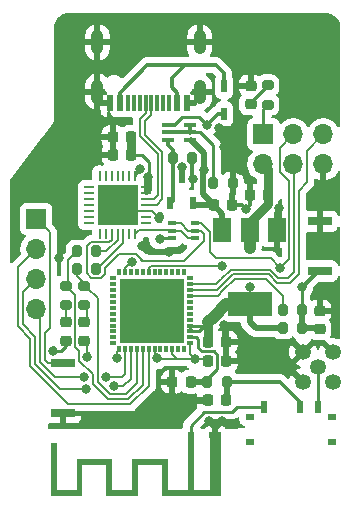
<source format=gbr>
%TF.GenerationSoftware,KiCad,Pcbnew,(6.0.1)*%
%TF.CreationDate,2022-03-08T02:05:38-07:00*%
%TF.ProjectId,ESP32-PICO-D4-BreakoutBoard,45535033-322d-4504-9943-4f2d44342d42,rev?*%
%TF.SameCoordinates,Original*%
%TF.FileFunction,Copper,L1,Top*%
%TF.FilePolarity,Positive*%
%FSLAX46Y46*%
G04 Gerber Fmt 4.6, Leading zero omitted, Abs format (unit mm)*
G04 Created by KiCad (PCBNEW (6.0.1)) date 2022-03-08 02:05:38*
%MOMM*%
%LPD*%
G01*
G04 APERTURE LIST*
G04 Aperture macros list*
%AMRoundRect*
0 Rectangle with rounded corners*
0 $1 Rounding radius*
0 $2 $3 $4 $5 $6 $7 $8 $9 X,Y pos of 4 corners*
0 Add a 4 corners polygon primitive as box body*
4,1,4,$2,$3,$4,$5,$6,$7,$8,$9,$2,$3,0*
0 Add four circle primitives for the rounded corners*
1,1,$1+$1,$2,$3*
1,1,$1+$1,$4,$5*
1,1,$1+$1,$6,$7*
1,1,$1+$1,$8,$9*
0 Add four rect primitives between the rounded corners*
20,1,$1+$1,$2,$3,$4,$5,0*
20,1,$1+$1,$4,$5,$6,$7,0*
20,1,$1+$1,$6,$7,$8,$9,0*
20,1,$1+$1,$8,$9,$2,$3,0*%
G04 Aperture macros list end*
%TA.AperFunction,SMDPad,CuDef*%
%ADD10R,0.500000X1.075000*%
%TD*%
%TA.AperFunction,SMDPad,CuDef*%
%ADD11RoundRect,0.014000X-0.211000X-0.161000X0.211000X-0.161000X0.211000X0.161000X-0.211000X0.161000X0*%
%TD*%
%TA.AperFunction,SMDPad,CuDef*%
%ADD12RoundRect,0.014000X0.161000X-0.211000X0.161000X0.211000X-0.161000X0.211000X-0.161000X-0.211000X0*%
%TD*%
%TA.AperFunction,SMDPad,CuDef*%
%ADD13RoundRect,0.014000X0.211000X0.161000X-0.211000X0.161000X-0.211000X-0.161000X0.211000X-0.161000X0*%
%TD*%
%TA.AperFunction,SMDPad,CuDef*%
%ADD14RoundRect,0.014000X-0.161000X0.211000X-0.161000X-0.211000X0.161000X-0.211000X0.161000X0.211000X0*%
%TD*%
%TA.AperFunction,SMDPad,CuDef*%
%ADD15R,5.400000X5.400000*%
%TD*%
%TA.AperFunction,SMDPad,CuDef*%
%ADD16R,1.000000X0.450000*%
%TD*%
%TA.AperFunction,SMDPad,CuDef*%
%ADD17RoundRect,0.200000X0.200000X0.275000X-0.200000X0.275000X-0.200000X-0.275000X0.200000X-0.275000X0*%
%TD*%
%TA.AperFunction,SMDPad,CuDef*%
%ADD18RoundRect,0.225000X-0.225000X-0.250000X0.225000X-0.250000X0.225000X0.250000X-0.225000X0.250000X0*%
%TD*%
%TA.AperFunction,SMDPad,CuDef*%
%ADD19RoundRect,0.200000X0.275000X-0.200000X0.275000X0.200000X-0.275000X0.200000X-0.275000X-0.200000X0*%
%TD*%
%TA.AperFunction,SMDPad,CuDef*%
%ADD20RoundRect,0.225000X-0.250000X0.225000X-0.250000X-0.225000X0.250000X-0.225000X0.250000X0.225000X0*%
%TD*%
%TA.AperFunction,SMDPad,CuDef*%
%ADD21R,0.600000X1.100000*%
%TD*%
%TA.AperFunction,SMDPad,CuDef*%
%ADD22RoundRect,0.218750X0.256250X-0.218750X0.256250X0.218750X-0.256250X0.218750X-0.256250X-0.218750X0*%
%TD*%
%TA.AperFunction,SMDPad,CuDef*%
%ADD23R,2.000000X0.800000*%
%TD*%
%TA.AperFunction,ComponentPad*%
%ADD24C,1.348000*%
%TD*%
%TA.AperFunction,SMDPad,CuDef*%
%ADD25R,0.650000X0.400000*%
%TD*%
%TA.AperFunction,SMDPad,CuDef*%
%ADD26RoundRect,0.200000X-0.200000X-0.275000X0.200000X-0.275000X0.200000X0.275000X-0.200000X0.275000X0*%
%TD*%
%TA.AperFunction,SMDPad,CuDef*%
%ADD27RoundRect,0.225000X0.225000X0.250000X-0.225000X0.250000X-0.225000X-0.250000X0.225000X-0.250000X0*%
%TD*%
%TA.AperFunction,ComponentPad*%
%ADD28R,1.700000X1.700000*%
%TD*%
%TA.AperFunction,ComponentPad*%
%ADD29O,1.700000X1.700000*%
%TD*%
%TA.AperFunction,SMDPad,CuDef*%
%ADD30RoundRect,0.062500X0.337500X0.062500X-0.337500X0.062500X-0.337500X-0.062500X0.337500X-0.062500X0*%
%TD*%
%TA.AperFunction,SMDPad,CuDef*%
%ADD31RoundRect,0.062500X0.062500X0.337500X-0.062500X0.337500X-0.062500X-0.337500X0.062500X-0.337500X0*%
%TD*%
%TA.AperFunction,SMDPad,CuDef*%
%ADD32R,3.350000X3.350000*%
%TD*%
%TA.AperFunction,ConnectorPad*%
%ADD33R,0.500000X0.500000*%
%TD*%
%TA.AperFunction,ComponentPad*%
%ADD34R,1.000000X0.600000*%
%TD*%
%TA.AperFunction,SMDPad,CuDef*%
%ADD35R,0.500000X1.000000*%
%TD*%
%TA.AperFunction,SMDPad,CuDef*%
%ADD36R,0.800000X0.500000*%
%TD*%
%TA.AperFunction,SMDPad,CuDef*%
%ADD37R,1.500000X2.000000*%
%TD*%
%TA.AperFunction,SMDPad,CuDef*%
%ADD38R,3.800000X2.000000*%
%TD*%
%TA.AperFunction,SMDPad,CuDef*%
%ADD39R,0.600000X1.450000*%
%TD*%
%TA.AperFunction,SMDPad,CuDef*%
%ADD40R,0.300000X1.450000*%
%TD*%
%TA.AperFunction,ComponentPad*%
%ADD41O,1.050000X2.100000*%
%TD*%
%TA.AperFunction,SMDPad,CuDef*%
%ADD42RoundRect,0.200000X-0.275000X0.200000X-0.275000X-0.200000X0.275000X-0.200000X0.275000X0.200000X0*%
%TD*%
%TA.AperFunction,ViaPad*%
%ADD43C,0.800000*%
%TD*%
%TA.AperFunction,Conductor*%
%ADD44C,0.250000*%
%TD*%
%TA.AperFunction,Conductor*%
%ADD45C,0.500000*%
%TD*%
%TA.AperFunction,Conductor*%
%ADD46C,0.300000*%
%TD*%
%TA.AperFunction,Conductor*%
%ADD47C,0.200000*%
%TD*%
%TA.AperFunction,Conductor*%
%ADD48C,0.350000*%
%TD*%
%TA.AperFunction,Conductor*%
%ADD49C,1.000000*%
%TD*%
%TA.AperFunction,Conductor*%
%ADD50C,0.750000*%
%TD*%
G04 APERTURE END LIST*
%TO.C,AE1*%
G36*
X126610000Y-127900000D02*
G01*
X126610000Y-125260000D01*
X124610000Y-125260000D01*
X124610000Y-127900000D01*
X121910000Y-127900000D01*
X121910000Y-125260000D01*
X119910000Y-125260000D01*
X119910000Y-127900000D01*
X117210000Y-127900000D01*
X117210000Y-123460000D01*
X117710000Y-123460000D01*
X117710000Y-127400000D01*
X119410000Y-127400000D01*
X119410000Y-124760000D01*
X122410000Y-124760000D01*
X122410000Y-127400000D01*
X124110000Y-127400000D01*
X124110000Y-124760000D01*
X127110000Y-124760000D01*
X127110000Y-127400000D01*
X128810000Y-127400000D01*
X128810000Y-122500000D01*
X129310000Y-122500000D01*
X129310000Y-127400000D01*
X130710000Y-127400000D01*
X130710000Y-122758158D01*
X131011778Y-122758158D01*
X131020218Y-122806417D01*
X131037112Y-122838643D01*
X131072372Y-122871313D01*
X131117682Y-122891408D01*
X131167267Y-122897982D01*
X131215353Y-122890092D01*
X131248245Y-122873186D01*
X131283185Y-122836416D01*
X131302847Y-122791622D01*
X131307583Y-122743215D01*
X131297742Y-122695605D01*
X131273674Y-122653203D01*
X131235731Y-122620419D01*
X131227819Y-122616065D01*
X131185156Y-122603957D01*
X131136637Y-122604700D01*
X131091122Y-122617600D01*
X131072511Y-122628213D01*
X131038868Y-122663447D01*
X131018309Y-122708632D01*
X131011778Y-122758158D01*
X130710000Y-122758158D01*
X130710000Y-122500000D01*
X131610000Y-122500000D01*
X131610000Y-127900000D01*
X126610000Y-127900000D01*
G37*
%TD*%
D10*
%TO.P,D1,1,K*%
%TO.N,P1*%
X131900000Y-95562000D03*
%TO.P,D1,2,A*%
%TO.N,Net-(D1-Pad2)*%
X131900000Y-93238000D03*
%TD*%
D11*
%TO.P,IC1,1,VDDA_1*%
%TO.N,+3V3*%
X129027500Y-114975000D03*
%TO.P,IC1,2,LNA_IN*%
%TO.N,Net-(C3-Pad2)*%
X129027500Y-114475000D03*
%TO.P,IC1,3,VDDA3P3_1*%
%TO.N,+3V3*%
X129027500Y-113975000D03*
%TO.P,IC1,4,VDDA3P3_2*%
X129027500Y-113475000D03*
%TO.P,IC1,5,SENSOR_VP*%
%TO.N,unconnected-(IC1-Pad5)*%
X129027500Y-112975000D03*
%TO.P,IC1,6,SENSOR_CAPP*%
%TO.N,unconnected-(IC1-Pad6)*%
X129027500Y-112475000D03*
%TO.P,IC1,7,SENSOR_CAPN*%
%TO.N,unconnected-(IC1-Pad7)*%
X129027500Y-111975000D03*
%TO.P,IC1,8,SENSOR_VN*%
%TO.N,unconnected-(IC1-Pad8)*%
X129027500Y-111475000D03*
%TO.P,IC1,9,EN*%
%TO.N,Net-(IC1-Pad9)*%
X129027500Y-110975000D03*
%TO.P,IC1,10,IO34*%
%TO.N,IO34*%
X129027500Y-110475000D03*
%TO.P,IC1,11,IO35*%
%TO.N,IO35*%
X129027500Y-109975000D03*
%TO.P,IC1,12,IO32*%
%TO.N,unconnected-(IC1-Pad12)*%
X129027500Y-109475000D03*
D12*
%TO.P,IC1,13,IO33*%
%TO.N,unconnected-(IC1-Pad13)*%
X128512500Y-108960000D03*
%TO.P,IC1,14,IO25*%
%TO.N,GPIO25*%
X128012500Y-108960000D03*
%TO.P,IC1,15,IO26*%
%TO.N,GPIO26*%
X127512500Y-108960000D03*
%TO.P,IC1,16,IO27*%
%TO.N,GPI027*%
X127012500Y-108960000D03*
%TO.P,IC1,17,IO14*%
%TO.N,GPI014*%
X126512500Y-108960000D03*
%TO.P,IC1,18,IO12*%
%TO.N,GPI012*%
X126012500Y-108960000D03*
%TO.P,IC1,19,VDD3P3_RTC*%
%TO.N,+3V3*%
X125512500Y-108960000D03*
%TO.P,IC1,20,IO13*%
%TO.N,GPI013*%
X125012500Y-108960000D03*
%TO.P,IC1,21,IO15*%
%TO.N,GPI015*%
X124512500Y-108960000D03*
%TO.P,IC1,22,IO2*%
%TO.N,unconnected-(IC1-Pad22)*%
X124012500Y-108960000D03*
%TO.P,IC1,23,IO0*%
%TO.N,GPIO0*%
X123512500Y-108960000D03*
%TO.P,IC1,24,IO4*%
%TO.N,GPIO4*%
X123012500Y-108960000D03*
D13*
%TO.P,IC1,25,IO16*%
%TO.N,unconnected-(IC1-Pad25)*%
X122497500Y-109475000D03*
%TO.P,IC1,26,VDD_SDIO_NC*%
%TO.N,unconnected-(IC1-Pad26)*%
X122497500Y-109975000D03*
%TO.P,IC1,27,IO17*%
%TO.N,unconnected-(IC1-Pad27)*%
X122497500Y-110475000D03*
%TO.P,IC1,28,SD2*%
%TO.N,unconnected-(IC1-Pad28)*%
X122497500Y-110975000D03*
%TO.P,IC1,29,SD3*%
%TO.N,unconnected-(IC1-Pad29)*%
X122497500Y-111475000D03*
%TO.P,IC1,30,CMD*%
%TO.N,unconnected-(IC1-Pad30)*%
X122497500Y-111975000D03*
%TO.P,IC1,31,CLK*%
%TO.N,unconnected-(IC1-Pad31)*%
X122497500Y-112475000D03*
%TO.P,IC1,32,SD0*%
%TO.N,unconnected-(IC1-Pad32)*%
X122497500Y-112975000D03*
%TO.P,IC1,33,SD1*%
%TO.N,unconnected-(IC1-Pad33)*%
X122497500Y-113475000D03*
%TO.P,IC1,34,IO5*%
%TO.N,unconnected-(IC1-Pad34)*%
X122497500Y-113975000D03*
%TO.P,IC1,35,IO18*%
%TO.N,GPIO18*%
X122497500Y-114475000D03*
%TO.P,IC1,36,IO23*%
%TO.N,GPIO23*%
X122497500Y-114975000D03*
D14*
%TO.P,IC1,37,VDD3P3_CPU*%
%TO.N,+3V3*%
X123012500Y-115490000D03*
%TO.P,IC1,38,IO19*%
%TO.N,GPIO19*%
X123512500Y-115490000D03*
%TO.P,IC1,39,IO22*%
%TO.N,GPIO22*%
X124012500Y-115490000D03*
%TO.P,IC1,40,U0RXD*%
%TO.N,TXRX-*%
X124512500Y-115490000D03*
%TO.P,IC1,41,U0TXD*%
%TO.N,TXRX+*%
X125012500Y-115490000D03*
%TO.P,IC1,42,IO21*%
%TO.N,GPIO21*%
X125512500Y-115490000D03*
%TO.P,IC1,43,VDDA_2*%
%TO.N,+3V3*%
X126012500Y-115490000D03*
%TO.P,IC1,44,XTAL_N_NC*%
%TO.N,unconnected-(IC1-Pad44)*%
X126512500Y-115490000D03*
%TO.P,IC1,45,XTAL_P_NC*%
%TO.N,unconnected-(IC1-Pad45)*%
X127012500Y-115490000D03*
%TO.P,IC1,46,VDDA_3*%
%TO.N,+3V3*%
X127512500Y-115490000D03*
%TO.P,IC1,47,CAP2_NC*%
%TO.N,unconnected-(IC1-Pad47)*%
X128012500Y-115490000D03*
%TO.P,IC1,48,CAP1_NC*%
%TO.N,unconnected-(IC1-Pad48)*%
X128512500Y-115490000D03*
D15*
%TO.P,IC1,49,GND*%
%TO.N,GND*%
X125762500Y-112225000D03*
%TD*%
D16*
%TO.P,Q1,1,EMITTER_TR1*%
%TO.N,P1*%
X127110000Y-96475000D03*
%TO.P,Q1,2,BASE_TR1*%
%TO.N,P2*%
X127110000Y-97125000D03*
%TO.P,Q1,3,COLLECTOR_TR2*%
%TO.N,Net-(Q1-Pad3)*%
X127110000Y-97775000D03*
%TO.P,Q1,4,EMITTER_TR2*%
%TO.N,VCC*%
X129010000Y-97775000D03*
%TO.P,Q1,5,BASE_TR2*%
%TO.N,P2*%
X129010000Y-97125000D03*
%TO.P,Q1,6,COLLECTOR_TR1*%
X129010000Y-96475000D03*
%TD*%
D17*
%TO.P,R2,1*%
%TO.N,EN*%
X138534022Y-112125000D03*
%TO.P,R2,2*%
%TO.N,Net-(IC1-Pad9)*%
X136884022Y-112125000D03*
%TD*%
D18*
%TO.P,C3,1*%
%TO.N,GND*%
X127510000Y-118250000D03*
%TO.P,C3,2*%
%TO.N,Net-(C3-Pad2)*%
X129060000Y-118250000D03*
%TD*%
D19*
%TO.P,R8,1*%
%TO.N,Net-(D3-Pad2)*%
X120050000Y-111775000D03*
%TO.P,R8,2*%
%TO.N,TXRX-*%
X120050000Y-110125000D03*
%TD*%
D20*
%TO.P,C2,1*%
%TO.N,GND*%
X140000000Y-112225000D03*
%TO.P,C2,2*%
%TO.N,EN*%
X140000000Y-113775000D03*
%TD*%
D21*
%TO.P,Q3,1,G*%
%TO.N,Net-(Q1-Pad3)*%
X127360000Y-103100000D03*
%TO.P,Q3,2,S*%
%TO.N,VCC*%
X129260000Y-103100000D03*
%TO.P,Q3,3,D*%
%TO.N,P1*%
X128310000Y-100900000D03*
%TD*%
D22*
%TO.P,D4,1,K*%
%TO.N,GND*%
X118500000Y-114787500D03*
%TO.P,D4,2,A*%
%TO.N,Net-(D4-Pad2)*%
X118500000Y-113212500D03*
%TD*%
D23*
%TO.P,SW2,1,A*%
%TO.N,EN*%
X140000000Y-108850000D03*
%TO.P,SW2,2,B*%
%TO.N,GND*%
X140000000Y-104650000D03*
%TD*%
D24*
%TO.P,AE2,1*%
%TO.N,Net-(SW3-PadC1)*%
X139847500Y-117000000D03*
%TO.P,AE2,S1*%
%TO.N,GND*%
X138577500Y-118270000D03*
%TO.P,AE2,S2*%
X138577500Y-115730000D03*
%TO.P,AE2,S3*%
X141117500Y-115730000D03*
%TO.P,AE2,S4*%
X141117500Y-118270000D03*
%TD*%
D17*
%TO.P,R1,1*%
%TO.N,EN*%
X138534022Y-113675000D03*
%TO.P,R1,2*%
%TO.N,+3V3*%
X136884022Y-113675000D03*
%TD*%
D25*
%TO.P,Q2,1,E1*%
%TO.N,RTS*%
X127510000Y-104800000D03*
%TO.P,Q2,2,B1*%
%TO.N,DTR*%
X127510000Y-105450000D03*
%TO.P,Q2,3,C2*%
%TO.N,GPIO0*%
X127510000Y-106100000D03*
%TO.P,Q2,4,E2*%
%TO.N,DTR*%
X129410000Y-106100000D03*
%TO.P,Q2,5,B2*%
%TO.N,RTS*%
X129410000Y-105450000D03*
%TO.P,Q2,6,C1*%
%TO.N,EN*%
X129410000Y-104800000D03*
%TD*%
D18*
%TO.P,C9,1*%
%TO.N,GND*%
X122485000Y-99000000D03*
%TO.P,C9,2*%
%TO.N,+3V3*%
X124035000Y-99000000D03*
%TD*%
D26*
%TO.P,R5,1*%
%TO.N,P2*%
X130985000Y-101425000D03*
%TO.P,R5,2*%
%TO.N,GND*%
X132635000Y-101425000D03*
%TD*%
D27*
%TO.P,C5,1*%
%TO.N,GND*%
X132085000Y-114875000D03*
%TO.P,C5,2*%
%TO.N,+3V3*%
X130535000Y-114875000D03*
%TD*%
D28*
%TO.P,J1,1,Pin_1*%
%TO.N,GPIO0*%
X116009022Y-104450000D03*
D29*
%TO.P,J1,2,Pin_2*%
%TO.N,GPIO21*%
X116009022Y-106990000D03*
%TO.P,J1,3,Pin_3*%
%TO.N,GPIO22*%
X116009022Y-109530000D03*
%TO.P,J1,4,Pin_4*%
%TO.N,GPIO19*%
X116009022Y-112070000D03*
%TD*%
D26*
%TO.P,R4,1*%
%TO.N,TXRX-*%
X119425000Y-108650000D03*
%TO.P,R4,2*%
%TO.N,Net-(U2-Pad26)*%
X121075000Y-108650000D03*
%TD*%
D30*
%TO.P,U2,1,~{DCD}*%
%TO.N,unconnected-(U2-Pad1)*%
X125325000Y-104775000D03*
%TO.P,U2,2,~{RI}/CLK*%
%TO.N,unconnected-(U2-Pad2)*%
X125325000Y-104275000D03*
%TO.P,U2,3,GND*%
%TO.N,GND*%
X125325000Y-103775000D03*
%TO.P,U2,4,D+*%
%TO.N,D+*%
X125325000Y-103275000D03*
%TO.P,U2,5,D-*%
%TO.N,D-*%
X125325000Y-102775000D03*
%TO.P,U2,6,VDD*%
%TO.N,+3V3*%
X125325000Y-102275000D03*
%TO.P,U2,7,VREGIN*%
X125325000Y-101775000D03*
D31*
%TO.P,U2,8,VBUS*%
%TO.N,P1*%
X124375000Y-100825000D03*
%TO.P,U2,9,~{RST}*%
%TO.N,unconnected-(U2-Pad9)*%
X123875000Y-100825000D03*
%TO.P,U2,10,NC*%
%TO.N,unconnected-(U2-Pad10)*%
X123375000Y-100825000D03*
%TO.P,U2,11,~{SUSPEND}*%
%TO.N,unconnected-(U2-Pad11)*%
X122875000Y-100825000D03*
%TO.P,U2,12,SUSPEND*%
%TO.N,unconnected-(U2-Pad12)*%
X122375000Y-100825000D03*
%TO.P,U2,13,CHREN*%
%TO.N,unconnected-(U2-Pad13)*%
X121875000Y-100825000D03*
%TO.P,U2,14,CHR1*%
%TO.N,unconnected-(U2-Pad14)*%
X121375000Y-100825000D03*
D30*
%TO.P,U2,15,CHR0*%
%TO.N,unconnected-(U2-Pad15)*%
X120425000Y-101775000D03*
%TO.P,U2,16,~{WAKEUP}/GPIO.3*%
%TO.N,unconnected-(U2-Pad16)*%
X120425000Y-102275000D03*
%TO.P,U2,17,RS485/GPIO.2*%
%TO.N,unconnected-(U2-Pad17)*%
X120425000Y-102775000D03*
%TO.P,U2,18,~{RXT}/GPIO.1*%
%TO.N,unconnected-(U2-Pad18)*%
X120425000Y-103275000D03*
%TO.P,U2,19,~{TXT}/GPIO.0*%
%TO.N,unconnected-(U2-Pad19)*%
X120425000Y-103775000D03*
%TO.P,U2,20,GPIO.6*%
%TO.N,unconnected-(U2-Pad20)*%
X120425000Y-104275000D03*
%TO.P,U2,21,GPIO.5*%
%TO.N,unconnected-(U2-Pad21)*%
X120425000Y-104775000D03*
D31*
%TO.P,U2,22,GPIO.4*%
%TO.N,unconnected-(U2-Pad22)*%
X121375000Y-105725000D03*
%TO.P,U2,23,~{CTS}*%
%TO.N,unconnected-(U2-Pad23)*%
X121875000Y-105725000D03*
%TO.P,U2,24,~{RTS}*%
%TO.N,RTS*%
X122375000Y-105725000D03*
%TO.P,U2,25,RXD*%
%TO.N,Net-(U2-Pad25)*%
X122875000Y-105725000D03*
%TO.P,U2,26,TXD*%
%TO.N,Net-(U2-Pad26)*%
X123375000Y-105725000D03*
%TO.P,U2,27,~{DSR}*%
%TO.N,unconnected-(U2-Pad27)*%
X123875000Y-105725000D03*
%TO.P,U2,28,~{DTR}*%
%TO.N,DTR*%
X124375000Y-105725000D03*
D32*
%TO.P,U2,29,GND*%
%TO.N,GND*%
X122875000Y-103275000D03*
%TD*%
D27*
%TO.P,C6,1*%
%TO.N,GND*%
X132085000Y-116500000D03*
%TO.P,C6,2*%
%TO.N,+3V3*%
X130535000Y-116500000D03*
%TD*%
D23*
%TO.P,SW1,1,A*%
%TO.N,GPIO0*%
X118250000Y-116650000D03*
%TO.P,SW1,2,B*%
%TO.N,GND*%
X118250000Y-120850000D03*
%TD*%
D18*
%TO.P,C7,1*%
%TO.N,GND*%
X134059022Y-102425000D03*
%TO.P,C7,2*%
%TO.N,+3V3*%
X135609022Y-102425000D03*
%TD*%
D22*
%TO.P,D3,1,K*%
%TO.N,GND*%
X120050000Y-114787500D03*
%TO.P,D3,2,A*%
%TO.N,Net-(D3-Pad2)*%
X120050000Y-113212500D03*
%TD*%
D33*
%TO.P,AE1,1*%
%TO.N,Net-(AE1-Pad1)*%
X129060000Y-122750000D03*
D34*
%TO.P,AE1,2*%
%TO.N,GND*%
X131160000Y-122750000D03*
%TD*%
D26*
%TO.P,R6,1*%
%TO.N,TXRX+*%
X119425000Y-107200000D03*
%TO.P,R6,2*%
%TO.N,Net-(U2-Pad25)*%
X121075000Y-107200000D03*
%TD*%
D35*
%TO.P,SW3,A1,NC*%
%TO.N,Net-(AE1-Pad1)*%
X135310000Y-120400000D03*
%TO.P,SW3,B1,COM*%
%TO.N,ANT*%
X138310000Y-120400000D03*
%TO.P,SW3,C1,NO*%
%TO.N,Net-(SW3-PadC1)*%
X139810000Y-120400000D03*
D36*
%TO.P,SW3,MP1,MP1*%
%TO.N,unconnected-(SW3-PadMP1)*%
X141010000Y-121200000D03*
%TO.P,SW3,MP2,MP2*%
%TO.N,unconnected-(SW3-PadMP2)*%
X141010000Y-123300000D03*
%TO.P,SW3,MP3,MP3*%
%TO.N,unconnected-(SW3-PadMP3)*%
X134110000Y-123300000D03*
%TO.P,SW3,MP4,MP4*%
%TO.N,unconnected-(SW3-PadMP4)*%
X134110000Y-121200000D03*
%TD*%
D18*
%TO.P,C8,1*%
%TO.N,GND*%
X122475000Y-97500000D03*
%TO.P,C8,2*%
%TO.N,+3V3*%
X124025000Y-97500000D03*
%TD*%
D19*
%TO.P,R7,1*%
%TO.N,VCC*%
X135600000Y-94775000D03*
%TO.P,R7,2*%
%TO.N,Net-(D2-Pad1)*%
X135600000Y-93125000D03*
%TD*%
D17*
%TO.P,R3,1*%
%TO.N,GND*%
X129185000Y-99275000D03*
%TO.P,R3,2*%
%TO.N,Net-(Q1-Pad3)*%
X127535000Y-99275000D03*
%TD*%
%TO.P,FB1,1*%
%TO.N,ANT*%
X132135000Y-118250000D03*
%TO.P,FB1,2*%
%TO.N,Net-(C3-Pad2)*%
X130485000Y-118250000D03*
%TD*%
D22*
%TO.P,D2,1,K*%
%TO.N,Net-(D2-Pad1)*%
X134150000Y-94737500D03*
%TO.P,D2,2,A*%
%TO.N,GND*%
X134150000Y-93162500D03*
%TD*%
D28*
%TO.P,J2,1,Pin_1*%
%TO.N,VCC*%
X135234022Y-97285000D03*
D29*
%TO.P,J2,2,Pin_2*%
%TO.N,+3V3*%
X135234022Y-99825000D03*
%TO.P,J2,3,Pin_3*%
%TO.N,EN*%
X137774022Y-97285000D03*
%TO.P,J2,4,Pin_4*%
%TO.N,IO35*%
X137774022Y-99825000D03*
%TO.P,J2,5,Pin_5*%
%TO.N,IO34*%
X140314022Y-97285000D03*
%TO.P,J2,6,Pin_6*%
%TO.N,GND*%
X140314022Y-99825000D03*
%TD*%
D37*
%TO.P,U1,1,ADJ*%
%TO.N,GND*%
X136360000Y-105350000D03*
%TO.P,U1,2,VO*%
%TO.N,+3V3*%
X134060000Y-105350000D03*
D38*
X134060000Y-111650000D03*
D37*
%TO.P,U1,3,VI*%
%TO.N,VCC*%
X131760000Y-105350000D03*
%TD*%
D39*
%TO.P,USB1,A1B12,GND*%
%TO.N,GND*%
X128750000Y-94595000D03*
%TO.P,USB1,A4B9,VBUS*%
%TO.N,Net-(D1-Pad2)*%
X127950000Y-94595000D03*
D40*
%TO.P,USB1,A5,CC1*%
%TO.N,unconnected-(USB1-PadA5)*%
X126750000Y-94595000D03*
%TO.P,USB1,A6,DP1*%
%TO.N,D+*%
X125750000Y-94595000D03*
%TO.P,USB1,A7,DN1*%
%TO.N,D-*%
X125250000Y-94595000D03*
%TO.P,USB1,A8,SBU1*%
%TO.N,unconnected-(USB1-PadA8)*%
X124250000Y-94595000D03*
D39*
%TO.P,USB1,B1A12,GND*%
%TO.N,GND*%
X122250000Y-94595000D03*
%TO.P,USB1,B4A9,VBUS*%
%TO.N,Net-(D1-Pad2)*%
X123050000Y-94595000D03*
D40*
%TO.P,USB1,B5,CC2*%
%TO.N,unconnected-(USB1-PadB5)*%
X123750000Y-94595000D03*
%TO.P,USB1,B6,DP2*%
%TO.N,unconnected-(USB1-PadB6)*%
X124750000Y-94595000D03*
%TO.P,USB1,B7,DN2*%
%TO.N,unconnected-(USB1-PadB7)*%
X126250000Y-94595000D03*
%TO.P,USB1,B8,SBU2*%
%TO.N,unconnected-(USB1-PadB8)*%
X127250000Y-94595000D03*
D41*
%TO.P,USB1,S1,SHIELD*%
%TO.N,GND*%
X129820000Y-93680000D03*
%TO.P,USB1,S2,SHIELD*%
X121180000Y-93680000D03*
%TO.P,USB1,S3,SHIELD*%
X129820000Y-89500000D03*
%TO.P,USB1,S4,SHIELD*%
X121180000Y-89500000D03*
%TD*%
D42*
%TO.P,R9,1*%
%TO.N,TXRX+*%
X118500000Y-110125000D03*
%TO.P,R9,2*%
%TO.N,Net-(D4-Pad2)*%
X118500000Y-111775000D03*
%TD*%
D27*
%TO.P,C4,1*%
%TO.N,GND*%
X132585000Y-103250000D03*
%TO.P,C4,2*%
%TO.N,VCC*%
X131035000Y-103250000D03*
%TD*%
D18*
%TO.P,C1,1*%
%TO.N,GND*%
X130535000Y-119775000D03*
%TO.P,C1,2*%
%TO.N,ANT*%
X132085000Y-119775000D03*
%TD*%
D43*
%TO.N,EN*%
X138500000Y-110250000D03*
X136661636Y-108597386D03*
%TO.N,+3V3*%
X134060000Y-110250000D03*
X122813000Y-116250000D03*
X131740288Y-108475946D03*
X125490000Y-100930000D03*
X129400000Y-116300000D03*
X130535000Y-113200000D03*
X134060000Y-106950000D03*
X126250000Y-116250000D03*
%TO.N,GND*%
X129260000Y-101100000D03*
X123560000Y-113000000D03*
X117790000Y-100730000D03*
X117450000Y-115600000D03*
X124972378Y-106702378D03*
X127460000Y-119475000D03*
X140000000Y-111000000D03*
X136584022Y-103550000D03*
X117940000Y-107790000D03*
X130640000Y-121570000D03*
X120300000Y-116150000D03*
X127310000Y-113000000D03*
X125560000Y-111000000D03*
X131885000Y-113450000D03*
X133759022Y-103575000D03*
X131920000Y-98350000D03*
X125560000Y-113250000D03*
X129335000Y-119825000D03*
X126425000Y-104375000D03*
X127210000Y-107290000D03*
X131750000Y-121570000D03*
X120400000Y-121100000D03*
X133250000Y-100300000D03*
X131500000Y-96750000D03*
%TO.N,GPIO0*%
X126470000Y-106160000D03*
X124115728Y-108135500D03*
%TO.N,VCC*%
X130210500Y-100325000D03*
%TO.N,P1*%
X124793673Y-100212970D03*
X128360000Y-100048574D03*
X130460000Y-96460000D03*
%TO.N,GPIO19*%
X121882553Y-117850000D03*
X120023249Y-117851751D03*
%TO.N,GPIO22*%
X120249358Y-118871957D03*
X122571222Y-118575500D03*
%TD*%
D44*
%TO.N,ANT*%
X132135000Y-119450000D02*
X132085000Y-119500000D01*
D45*
X132135000Y-119725000D02*
X132085000Y-119775000D01*
X132135000Y-118250000D02*
X132135000Y-119725000D01*
D46*
X138310000Y-119935000D02*
X136625000Y-118250000D01*
X138310000Y-120400000D02*
X138310000Y-119935000D01*
D44*
X132135000Y-118000000D02*
X132135000Y-119450000D01*
D46*
X136625000Y-118250000D02*
X132135000Y-118250000D01*
D44*
%TO.N,Net-(C3-Pad2)*%
X129550000Y-114475000D02*
X129027500Y-114475000D01*
X130485000Y-118000000D02*
X131310000Y-117175000D01*
X130000000Y-115675000D02*
X129700000Y-115375000D01*
D45*
X129085000Y-118250000D02*
X130485000Y-118250000D01*
D44*
X129700000Y-114625000D02*
X129550000Y-114475000D01*
X129700000Y-115375000D02*
X129700000Y-114625000D01*
X131310000Y-117175000D02*
X131310000Y-115935000D01*
X131310000Y-115935000D02*
X131050000Y-115675000D01*
X131050000Y-115675000D02*
X130000000Y-115675000D01*
D47*
%TO.N,EN*%
X136624511Y-100301144D02*
X136624511Y-98434511D01*
D44*
X138500000Y-112090978D02*
X138534022Y-112125000D01*
D46*
X140000000Y-108850000D02*
X139900000Y-108850000D01*
X139900000Y-108850000D02*
X138500000Y-110250000D01*
D47*
X137409511Y-107849511D02*
X137409511Y-101200489D01*
D45*
X138534022Y-112125000D02*
X138534022Y-113675000D01*
D47*
X130710489Y-106475489D02*
X130710489Y-105575489D01*
X137409511Y-101200489D02*
X136659022Y-100450000D01*
X130710489Y-105575489D02*
X129935000Y-104800000D01*
X130710489Y-107276467D02*
X130710489Y-106475489D01*
X131209022Y-107775000D02*
X130710489Y-107276467D01*
D45*
X138534022Y-113675000D02*
X140159022Y-113675000D01*
D47*
X136659022Y-100450000D02*
X136659022Y-100335655D01*
X136624511Y-98434511D02*
X137774022Y-97285000D01*
X135839250Y-107775000D02*
X131209022Y-107775000D01*
X136661636Y-108597386D02*
X135839250Y-107775000D01*
X136661636Y-108597386D02*
X137409511Y-107849511D01*
X129935000Y-104800000D02*
X129410000Y-104800000D01*
X136659022Y-100335655D02*
X136624511Y-100301144D01*
D44*
X138500000Y-110250000D02*
X138500000Y-112090978D01*
%TO.N,+3V3*%
X125525000Y-99608562D02*
X125525000Y-100776000D01*
D47*
X122813000Y-116250000D02*
X122813000Y-115689500D01*
D48*
X125325000Y-102275000D02*
X125345000Y-102275000D01*
D44*
X130260000Y-113475000D02*
X130535000Y-113200000D01*
D49*
X130535000Y-113200000D02*
X131022500Y-112712500D01*
D47*
X127512500Y-115859360D02*
X127951570Y-116298430D01*
X129027500Y-114975000D02*
X129027500Y-115927500D01*
X127512500Y-115490000D02*
X127512500Y-115859360D01*
D44*
X129760000Y-113975000D02*
X130535000Y-113200000D01*
D45*
X134060000Y-113175000D02*
X134060000Y-111650000D01*
D48*
X125325000Y-101775000D02*
X125325000Y-101095000D01*
D47*
X126212000Y-116298430D02*
X127951570Y-116298430D01*
D45*
X136884022Y-113675000D02*
X134560000Y-113675000D01*
D44*
X129027500Y-113975000D02*
X129760000Y-113975000D01*
D48*
X125600000Y-101040000D02*
X125490000Y-100930000D01*
D50*
X135609022Y-100200000D02*
X135234022Y-99825000D01*
D49*
X131022500Y-112712500D02*
X132085000Y-111650000D01*
D47*
X122813000Y-115689500D02*
X123012500Y-115490000D01*
X131699822Y-108435480D02*
X131740288Y-108475946D01*
D48*
X125600000Y-102020000D02*
X125600000Y-101040000D01*
D44*
X124035000Y-99000000D02*
X124916438Y-99000000D01*
D47*
X127953140Y-116300000D02*
X129410000Y-116300000D01*
X129410000Y-116300000D02*
X130335000Y-116300000D01*
D44*
X124916438Y-99000000D02*
X125525000Y-99608562D01*
D50*
X135609022Y-102425000D02*
X135609022Y-100200000D01*
D48*
X125325000Y-101095000D02*
X125490000Y-100930000D01*
D49*
X134060000Y-105350000D02*
X134060000Y-106950000D01*
D50*
X135609022Y-103150000D02*
X134060000Y-104699022D01*
D48*
X125345000Y-102275000D02*
X125600000Y-102020000D01*
D47*
X125512500Y-108960000D02*
X125512500Y-108644616D01*
D48*
X125325000Y-102275000D02*
X125325000Y-101775000D01*
D47*
X130335000Y-116300000D02*
X130535000Y-116500000D01*
X127951570Y-116298430D02*
X127953140Y-116300000D01*
D50*
X130535000Y-114875000D02*
X130535000Y-113200000D01*
D44*
X129027500Y-113975000D02*
X129027500Y-113475000D01*
D50*
X124025000Y-97500000D02*
X124025000Y-98990000D01*
D44*
X129027500Y-113475000D02*
X130260000Y-113475000D01*
D47*
X125512500Y-108644616D02*
X125721636Y-108435480D01*
D50*
X135609022Y-102425000D02*
X135609022Y-103150000D01*
X124025000Y-98990000D02*
X124035000Y-99000000D01*
D45*
X134560000Y-113675000D02*
X134060000Y-113175000D01*
D47*
X125721636Y-108435480D02*
X131699822Y-108435480D01*
X129027500Y-115927500D02*
X129400000Y-116300000D01*
X126012500Y-115490000D02*
X126012500Y-116098930D01*
D50*
X134060000Y-104699022D02*
X134060000Y-105350000D01*
D47*
%TO.N,Net-(IC1-Pad9)*%
X129027500Y-110975000D02*
X131360490Y-110975000D01*
X131360490Y-110975000D02*
X131842745Y-110492745D01*
X136884022Y-110975000D02*
X136884022Y-112125000D01*
X135459511Y-109550489D02*
X135796522Y-109887500D01*
X132785001Y-109550489D02*
X135459511Y-109550489D01*
X131842745Y-110492745D02*
X132785001Y-109550489D01*
X135796522Y-109887500D02*
X136884022Y-110975000D01*
D45*
%TO.N,GND*%
X125560000Y-107290000D02*
X124972378Y-106702378D01*
D49*
X136560000Y-105550000D02*
X136360000Y-105350000D01*
D48*
X133759022Y-103575000D02*
X133434022Y-103250000D01*
X129185000Y-99275000D02*
X129185000Y-101025000D01*
D46*
X131885000Y-113450000D02*
X131885000Y-114675000D01*
D44*
X117940000Y-107790000D02*
X117940000Y-106445000D01*
D48*
X132585000Y-103250000D02*
X132585000Y-101475000D01*
D47*
X125325000Y-103775000D02*
X125825000Y-103775000D01*
D45*
X131160000Y-122090000D02*
X130640000Y-121570000D01*
D49*
X136510000Y-105500000D02*
X136360000Y-105350000D01*
D45*
X131160000Y-122090000D02*
X131230000Y-122090000D01*
D47*
X123375000Y-103775000D02*
X122875000Y-103275000D01*
X125825000Y-103775000D02*
X126425000Y-104375000D01*
D45*
X127460000Y-118300000D02*
X127510000Y-118250000D01*
D44*
X118500000Y-114787500D02*
X118500000Y-115225000D01*
D45*
X136584022Y-103550000D02*
X136584022Y-105125978D01*
X127460000Y-119475000D02*
X127460000Y-118300000D01*
X127210000Y-107290000D02*
X125560000Y-107290000D01*
D46*
X131885000Y-114675000D02*
X132085000Y-114875000D01*
D44*
X118125000Y-115600000D02*
X117450000Y-115600000D01*
D48*
X132585000Y-101475000D02*
X132635000Y-101425000D01*
D45*
X122560000Y-98575000D02*
X122485000Y-98650000D01*
X131230000Y-122090000D02*
X131750000Y-121570000D01*
X131160000Y-122750000D02*
X131160000Y-122090000D01*
X129335000Y-119825000D02*
X130485000Y-119825000D01*
D48*
X134059022Y-103275000D02*
X133759022Y-103575000D01*
D45*
X132085000Y-114875000D02*
X132085000Y-116500000D01*
X130485000Y-119825000D02*
X130535000Y-119775000D01*
D48*
X134059022Y-102425000D02*
X134059022Y-103275000D01*
D47*
X120300000Y-116150000D02*
X120300000Y-114937500D01*
D45*
X136584022Y-105125978D02*
X136360000Y-105350000D01*
D48*
X129185000Y-101025000D02*
X129260000Y-101100000D01*
X133434022Y-103250000D02*
X132585000Y-103250000D01*
D47*
X125325000Y-103775000D02*
X123375000Y-103775000D01*
D44*
X118500000Y-115225000D02*
X118125000Y-115600000D01*
D48*
%TO.N,Net-(Q1-Pad3)*%
X127360000Y-103100000D02*
X127535000Y-102925000D01*
X127535000Y-98600000D02*
X127110000Y-98175000D01*
X127110000Y-98175000D02*
X127110000Y-97775000D01*
X127535000Y-99275000D02*
X127535000Y-98600000D01*
X127535000Y-102925000D02*
X127535000Y-99275000D01*
D44*
%TO.N,P2*%
X130985000Y-101425000D02*
X130985000Y-98215000D01*
D46*
X129010000Y-97125000D02*
X127110000Y-97125000D01*
D44*
X129880000Y-97110000D02*
X129865000Y-97125000D01*
D46*
X129010000Y-96475000D02*
X129010000Y-97125000D01*
D44*
X130985000Y-98215000D02*
X129880000Y-97110000D01*
X129865000Y-97125000D02*
X129010000Y-97125000D01*
D48*
X129034500Y-97149500D02*
X129010000Y-97125000D01*
D44*
%TO.N,Net-(AE1-Pad1)*%
X129060000Y-121949022D02*
X129060000Y-122750000D01*
X130239022Y-120770000D02*
X129060000Y-121949022D01*
X132960000Y-120400000D02*
X132590000Y-120770000D01*
X132590000Y-120770000D02*
X130239022Y-120770000D01*
X135310000Y-120400000D02*
X132960000Y-120400000D01*
D47*
%TO.N,RTS*%
X122964011Y-107435989D02*
X121774520Y-108625480D01*
X128885000Y-105450000D02*
X128235000Y-104800000D01*
X120643093Y-106425480D02*
X122144520Y-106425480D01*
X121774520Y-108625480D02*
X121774520Y-109131907D01*
X124919487Y-107950000D02*
X124684744Y-107715256D01*
X120290000Y-106778574D02*
X120643093Y-106425480D01*
X121774520Y-109131907D02*
X121481907Y-109424520D01*
X122375000Y-106195000D02*
X122375000Y-105725000D01*
X128530489Y-107989511D02*
X124958999Y-107989511D01*
X120668093Y-109424520D02*
X120290000Y-109046427D01*
X130235000Y-105750000D02*
X130235000Y-106285000D01*
X128235000Y-104800000D02*
X127510000Y-104800000D01*
X129935000Y-105450000D02*
X130235000Y-105750000D01*
X129410000Y-105450000D02*
X129935000Y-105450000D01*
X122144520Y-106425480D02*
X122375000Y-106195000D01*
X124405476Y-107435989D02*
X122964011Y-107435989D01*
X124684744Y-107715256D02*
X124405476Y-107435989D01*
X124958999Y-107989511D02*
X124684744Y-107715256D01*
X121481907Y-109424520D02*
X120668093Y-109424520D01*
X120290000Y-109046427D02*
X120290000Y-106778574D01*
X130235000Y-106285000D02*
X128530489Y-107989511D01*
X129410000Y-105450000D02*
X128885000Y-105450000D01*
%TO.N,DTR*%
X129410000Y-106100000D02*
X128885000Y-106100000D01*
X125773770Y-105400489D02*
X124699511Y-105400489D01*
X127460489Y-105400489D02*
X125773770Y-105400489D01*
X124699511Y-105400489D02*
X124375000Y-105725000D01*
X127510000Y-105450000D02*
X127460489Y-105400489D01*
X128885000Y-106100000D02*
X128235000Y-105450000D01*
X128235000Y-105450000D02*
X127510000Y-105450000D01*
D44*
%TO.N,GPIO0*%
X126564000Y-106100000D02*
X126492000Y-106172000D01*
D47*
X117158533Y-113691467D02*
X116700000Y-114150000D01*
D44*
X127510000Y-106100000D02*
X126564000Y-106100000D01*
D47*
X116700000Y-116400000D02*
X116950000Y-116650000D01*
X123512500Y-108644616D02*
X124021616Y-108135500D01*
X124021616Y-108135500D02*
X124115728Y-108135500D01*
X117158533Y-105599511D02*
X117158533Y-113691467D01*
X116009022Y-104450000D02*
X117158533Y-105599511D01*
X116950000Y-116650000D02*
X118250000Y-116650000D01*
X116700000Y-114150000D02*
X116700000Y-116400000D01*
X123512500Y-108960000D02*
X123512500Y-108644616D01*
D45*
%TO.N,VCC*%
X129410000Y-103250000D02*
X129260000Y-103100000D01*
D44*
X135600000Y-94775000D02*
X135234022Y-95140978D01*
D45*
X130135480Y-100400020D02*
X130135480Y-102350480D01*
D44*
X135234022Y-95140978D02*
X135234022Y-97285000D01*
D45*
X131035000Y-103275000D02*
X131035000Y-103250000D01*
X130135480Y-102350480D02*
X131035000Y-103250000D01*
X130210500Y-100325000D02*
X130135480Y-100400020D01*
X131035000Y-103250000D02*
X129410000Y-103250000D01*
X131760000Y-105350000D02*
X131760000Y-104000000D01*
X130210500Y-98906941D02*
X129103070Y-97799511D01*
X131760000Y-104000000D02*
X131035000Y-103275000D01*
X130210500Y-100325000D02*
X130210500Y-98906941D01*
D47*
%TO.N,D+*%
X125235000Y-96177702D02*
X125725000Y-95687702D01*
X125325000Y-103275000D02*
X126200000Y-103275000D01*
X125235000Y-97310000D02*
X125235000Y-96177702D01*
X125725000Y-95687702D02*
X125725000Y-95195000D01*
X126675000Y-102800000D02*
X126675000Y-98750000D01*
X126200000Y-103275000D02*
X126675000Y-102800000D01*
X126675000Y-98750000D02*
X125235000Y-97310000D01*
%TO.N,D-*%
X125950000Y-102775000D02*
X125325000Y-102775000D01*
X126275000Y-98915006D02*
X126275000Y-102450000D01*
X125275000Y-95501302D02*
X124785000Y-95991302D01*
X124785000Y-97425006D02*
X126275000Y-98915006D01*
X125275000Y-95195000D02*
X125275000Y-95501302D01*
X126275000Y-102450000D02*
X125950000Y-102775000D01*
X124785000Y-95991302D02*
X124785000Y-97425006D01*
X125250000Y-95170000D02*
X125275000Y-95195000D01*
D44*
%TO.N,P1*%
X124375000Y-100825000D02*
X124375000Y-100631643D01*
D48*
X131900000Y-95562000D02*
X131358000Y-95562000D01*
D44*
X129800000Y-95800000D02*
X130460000Y-96460000D01*
X127635978Y-96475000D02*
X127110000Y-96475000D01*
X128310978Y-95800000D02*
X129800000Y-95800000D01*
X128310000Y-100098574D02*
X128360000Y-100048574D01*
X124375000Y-100825000D02*
X124375000Y-100549395D01*
X128310978Y-95800000D02*
X127635978Y-96475000D01*
X124375000Y-100631643D02*
X124793673Y-100212970D01*
D48*
X131358000Y-95562000D02*
X130460000Y-96460000D01*
D44*
X128310000Y-100900000D02*
X128310000Y-100098574D01*
D47*
%TO.N,IO34*%
X131295484Y-110475000D02*
X131572742Y-110197742D01*
X138923533Y-101335489D02*
X138923533Y-98675489D01*
X137449517Y-109874511D02*
X138208551Y-109115477D01*
X132619515Y-109150969D02*
X135660969Y-109150969D01*
X138923533Y-98675489D02*
X140314022Y-97285000D01*
X131572742Y-110197742D02*
X132619515Y-109150969D01*
X138208551Y-109115477D02*
X138208551Y-102050471D01*
X129027500Y-110475000D02*
X131295484Y-110475000D01*
X135660969Y-109150969D02*
X136384511Y-109874511D01*
X136384511Y-109874511D02*
X137449517Y-109874511D01*
X138208551Y-102050471D02*
X138923533Y-101335489D01*
%TO.N,IO35*%
X137334022Y-109425000D02*
X137809031Y-108949991D01*
X131230478Y-109975000D02*
X131627739Y-109577739D01*
X131627739Y-109577739D02*
X132454029Y-108751449D01*
X137809031Y-99860009D02*
X137774022Y-99825000D01*
X132454029Y-108751449D02*
X135826456Y-108751450D01*
X135826456Y-108751450D02*
X136500006Y-109425000D01*
X137809031Y-102175009D02*
X137809031Y-99860009D01*
X129027500Y-109975000D02*
X131230478Y-109975000D01*
X137809031Y-108949991D02*
X137809031Y-102175009D01*
X136500006Y-109425000D02*
X137334022Y-109425000D01*
%TO.N,GPIO19*%
X120021498Y-117850000D02*
X117550000Y-117850000D01*
X116300480Y-112361458D02*
X116009022Y-112070000D01*
X121882553Y-117850000D02*
X123275000Y-117850000D01*
X117550000Y-117850000D02*
X116300480Y-116600480D01*
X123512500Y-117612500D02*
X123512500Y-115490000D01*
X116300480Y-116600480D02*
X116300480Y-112361458D01*
X123275000Y-117850000D02*
X123512500Y-117612500D01*
X120023249Y-117851751D02*
X120021498Y-117850000D01*
%TO.N,GPIO22*%
X122595722Y-118600000D02*
X123375000Y-118600000D01*
X122571222Y-118575500D02*
X122595722Y-118600000D01*
X124012500Y-117962500D02*
X124012500Y-115490000D01*
X115900960Y-114415486D02*
X115900960Y-116765966D01*
X114859511Y-110679511D02*
X114859511Y-113374037D01*
X115900960Y-116765966D02*
X118006951Y-118871957D01*
X123375000Y-118600000D02*
X124012500Y-117962500D01*
X116009022Y-109530000D02*
X114859511Y-110679511D01*
X114859511Y-113374037D02*
X115900960Y-114415486D01*
X118006951Y-118871957D02*
X120249358Y-118871957D01*
%TO.N,GPIO21*%
X114459991Y-113539523D02*
X115501441Y-114580973D01*
X116009022Y-106990000D02*
X114459991Y-108539031D01*
X114459991Y-108539031D02*
X114459991Y-113539523D01*
X115501441Y-114580973D02*
X115501440Y-116931452D01*
X123952000Y-120142000D02*
X125512500Y-118581500D01*
X115501440Y-116931452D02*
X118711988Y-120142000D01*
X118711988Y-120142000D02*
X123952000Y-120142000D01*
X125512500Y-118581500D02*
X125512500Y-115490000D01*
D46*
%TO.N,Net-(D1-Pad2)*%
X127500000Y-93319984D02*
X127500000Y-92500000D01*
X128580480Y-91419520D02*
X131219520Y-91419520D01*
X123050000Y-93769984D02*
X125400464Y-91419520D01*
X123050000Y-94595000D02*
X123050000Y-93769984D01*
X131900000Y-92100000D02*
X131900000Y-93238000D01*
X127950000Y-93769984D02*
X127500000Y-93319984D01*
X125400464Y-91419520D02*
X129064502Y-91419520D01*
X127500000Y-92500000D02*
X128580480Y-91419520D01*
X131219520Y-91419520D02*
X131900000Y-92100000D01*
X127950000Y-94595000D02*
X127950000Y-93769984D01*
D47*
%TO.N,TXRX-*%
X121183053Y-118254853D02*
X121183053Y-111158053D01*
X123591800Y-119275000D02*
X122203200Y-119275000D01*
X119425000Y-109250000D02*
X120300000Y-110125000D01*
X121183053Y-111158053D02*
X120300000Y-110275000D01*
X119425000Y-108650000D02*
X119425000Y-109250000D01*
X124512500Y-118354300D02*
X123591800Y-119275000D01*
X124512500Y-115490000D02*
X124512500Y-118354300D01*
X122203200Y-119275000D02*
X121183053Y-118254853D01*
%TO.N,TXRX+*%
X120783533Y-118420339D02*
X120783533Y-117622792D01*
X119275480Y-110900480D02*
X118500000Y-110125000D01*
X122088194Y-119725000D02*
X120783533Y-118420339D01*
X119400000Y-107200000D02*
X118700480Y-107899520D01*
X118700480Y-107899520D02*
X118700480Y-109925480D01*
X119100000Y-107575000D02*
X119418573Y-107575000D01*
X119275480Y-115325480D02*
X119275480Y-110900480D01*
X125012500Y-115490000D02*
X125012500Y-118490700D01*
X125012500Y-118490700D02*
X123778200Y-119725000D01*
X119600489Y-116439748D02*
X119600489Y-115650489D01*
X123778200Y-119725000D02*
X122088194Y-119725000D01*
X120783533Y-117622792D02*
X119600489Y-116439748D01*
X119600489Y-115650489D02*
X119275480Y-115325480D01*
%TO.N,Net-(U2-Pad25)*%
X122875000Y-106265000D02*
X122875000Y-105725000D01*
X121075000Y-107200000D02*
X121940000Y-107200000D01*
X121940000Y-107200000D02*
X122875000Y-106265000D01*
D44*
%TO.N,Net-(D2-Pad1)*%
X134150000Y-94575000D02*
X135600000Y-93125000D01*
X134150000Y-94737500D02*
X134150000Y-94575000D01*
D47*
%TO.N,Net-(D4-Pad2)*%
X118500000Y-113362500D02*
X118500000Y-111925000D01*
%TO.N,Net-(D3-Pad2)*%
X120300000Y-113362500D02*
X120300000Y-111925000D01*
%TO.N,Net-(U2-Pad26)*%
X123375000Y-106455000D02*
X121180000Y-108650000D01*
X123375000Y-105725000D02*
X123375000Y-106455000D01*
X121180000Y-108650000D02*
X121075000Y-108650000D01*
D44*
%TO.N,Net-(SW3-PadC1)*%
X139810000Y-120400000D02*
X139810000Y-117037500D01*
X139810000Y-117037500D02*
X139847500Y-117000000D01*
%TD*%
%TA.AperFunction,Conductor*%
%TO.N,GND*%
G36*
X127904667Y-116907690D02*
G01*
X127904668Y-116907667D01*
X127904684Y-116907668D01*
X127905420Y-116907739D01*
X127909518Y-116908008D01*
X127913255Y-116908500D01*
X127913261Y-116908500D01*
X127913268Y-116908501D01*
X127953140Y-116913750D01*
X127984833Y-116909578D01*
X128001276Y-116908500D01*
X128669290Y-116908500D01*
X128737411Y-116928502D01*
X128762926Y-116950189D01*
X128782937Y-116972413D01*
X128788747Y-116978866D01*
X128869088Y-117037237D01*
X128870914Y-117038564D01*
X128914268Y-117094786D01*
X128920343Y-117165523D01*
X128887211Y-117228314D01*
X128825391Y-117263226D01*
X128796853Y-117266500D01*
X128786268Y-117266500D01*
X128783022Y-117266837D01*
X128783018Y-117266837D01*
X128753730Y-117269876D01*
X128683981Y-117277113D01*
X128675963Y-117279788D01*
X128528676Y-117328927D01*
X128528674Y-117328928D01*
X128521732Y-117331244D01*
X128515508Y-117335096D01*
X128515507Y-117335096D01*
X128420143Y-117394109D01*
X128376287Y-117421248D01*
X128371114Y-117426430D01*
X128365377Y-117430977D01*
X128363945Y-117429170D01*
X128311425Y-117457902D01*
X128240605Y-117452892D01*
X128204147Y-117429501D01*
X128203317Y-117430552D01*
X128186160Y-117417002D01*
X128053120Y-117334996D01*
X128039939Y-117328849D01*
X127891186Y-117279509D01*
X127877810Y-117276642D01*
X127786903Y-117267328D01*
X127781874Y-117267071D01*
X127766876Y-117271475D01*
X127765671Y-117272865D01*
X127764000Y-117280548D01*
X127764000Y-119214885D01*
X127768475Y-119230124D01*
X127769865Y-119231329D01*
X127777548Y-119233000D01*
X127780438Y-119233000D01*
X127786953Y-119232663D01*
X127879057Y-119223106D01*
X127892456Y-119220212D01*
X128041107Y-119170619D01*
X128054286Y-119164445D01*
X128187173Y-119082212D01*
X128204311Y-119068629D01*
X128205841Y-119070559D01*
X128257880Y-119042097D01*
X128328699Y-119047113D01*
X128365617Y-119070799D01*
X128366372Y-119069843D01*
X128372118Y-119074381D01*
X128377298Y-119079552D01*
X128383528Y-119083392D01*
X128383529Y-119083393D01*
X128515020Y-119164445D01*
X128522899Y-119169302D01*
X128685243Y-119223149D01*
X128692080Y-119223849D01*
X128692082Y-119223850D01*
X128733401Y-119228083D01*
X128786268Y-119233500D01*
X129333732Y-119233500D01*
X129336978Y-119233163D01*
X129336982Y-119233163D01*
X129429159Y-119223599D01*
X129429161Y-119223599D01*
X129436019Y-119222887D01*
X129440203Y-119221491D01*
X129510051Y-119226593D01*
X129566823Y-119269225D01*
X129591533Y-119335783D01*
X129589042Y-119370994D01*
X129586642Y-119382190D01*
X129577328Y-119473097D01*
X129577000Y-119479514D01*
X129577000Y-119502885D01*
X129581475Y-119518124D01*
X129582865Y-119519329D01*
X129590548Y-119521000D01*
X130663000Y-119521000D01*
X130731121Y-119541002D01*
X130777614Y-119594658D01*
X130789000Y-119647000D01*
X130789000Y-119903000D01*
X130768998Y-119971121D01*
X130715342Y-120017614D01*
X130663000Y-120029000D01*
X129595115Y-120029000D01*
X129579876Y-120033475D01*
X129578671Y-120034865D01*
X129577000Y-120042548D01*
X129577000Y-120070438D01*
X129577337Y-120076953D01*
X129586894Y-120169057D01*
X129589788Y-120182456D01*
X129639385Y-120331120D01*
X129647385Y-120348198D01*
X129658168Y-120418371D01*
X129629300Y-120483233D01*
X129622391Y-120490726D01*
X128667736Y-121445381D01*
X128659462Y-121452910D01*
X128652982Y-121457022D01*
X128647557Y-121462799D01*
X128606357Y-121506673D01*
X128603602Y-121509515D01*
X128583865Y-121529252D01*
X128581385Y-121532449D01*
X128573682Y-121541469D01*
X128543414Y-121573701D01*
X128539595Y-121580647D01*
X128539593Y-121580650D01*
X128533652Y-121591456D01*
X128522801Y-121607975D01*
X128510386Y-121623981D01*
X128507241Y-121631250D01*
X128507238Y-121631254D01*
X128492826Y-121664559D01*
X128487609Y-121675209D01*
X128466305Y-121713962D01*
X128464334Y-121721637D01*
X128464334Y-121721638D01*
X128461267Y-121733584D01*
X128454863Y-121752288D01*
X128446819Y-121770877D01*
X128445580Y-121778700D01*
X128445577Y-121778710D01*
X128439901Y-121814546D01*
X128437495Y-121826166D01*
X128426500Y-121868992D01*
X128426500Y-121889246D01*
X128424949Y-121908956D01*
X128421780Y-121928965D01*
X128422526Y-121936857D01*
X128425941Y-121972983D01*
X128426500Y-121984841D01*
X128426500Y-122076278D01*
X128406498Y-122144399D01*
X128352842Y-122190892D01*
X128300674Y-122202278D01*
X117134174Y-122217733D01*
X117066026Y-122197825D01*
X117019459Y-122144234D01*
X117008000Y-122091733D01*
X117008000Y-121877364D01*
X117028002Y-121809243D01*
X117081658Y-121762750D01*
X117147607Y-121752101D01*
X117198512Y-121757631D01*
X117205328Y-121758000D01*
X117977885Y-121758000D01*
X117993124Y-121753525D01*
X117994329Y-121752135D01*
X117996000Y-121744452D01*
X117996000Y-121739884D01*
X118504000Y-121739884D01*
X118508475Y-121755123D01*
X118509865Y-121756328D01*
X118517548Y-121757999D01*
X119294669Y-121757999D01*
X119301490Y-121757629D01*
X119352352Y-121752105D01*
X119367604Y-121748479D01*
X119488054Y-121703324D01*
X119503649Y-121694786D01*
X119605724Y-121618285D01*
X119618285Y-121605724D01*
X119694786Y-121503649D01*
X119703324Y-121488054D01*
X119748478Y-121367606D01*
X119752105Y-121352351D01*
X119757631Y-121301486D01*
X119758000Y-121294672D01*
X119758000Y-121122115D01*
X119753525Y-121106876D01*
X119752135Y-121105671D01*
X119744452Y-121104000D01*
X118522115Y-121104000D01*
X118506876Y-121108475D01*
X118505671Y-121109865D01*
X118504000Y-121117548D01*
X118504000Y-121739884D01*
X117996000Y-121739884D01*
X117996000Y-120722000D01*
X118016002Y-120653879D01*
X118069658Y-120607386D01*
X118122000Y-120596000D01*
X118261310Y-120596000D01*
X118329431Y-120616002D01*
X118338003Y-120622030D01*
X118405112Y-120673524D01*
X118479125Y-120704181D01*
X118545508Y-120731678D01*
X118545511Y-120731679D01*
X118553138Y-120734838D01*
X118711988Y-120755751D01*
X118743687Y-120751578D01*
X118760132Y-120750500D01*
X123903864Y-120750500D01*
X123920307Y-120751578D01*
X123952000Y-120755750D01*
X123960189Y-120754672D01*
X123991874Y-120750501D01*
X123991884Y-120750500D01*
X123991885Y-120750500D01*
X124091457Y-120737391D01*
X124102664Y-120735916D01*
X124102666Y-120735915D01*
X124110851Y-120734838D01*
X124258876Y-120673524D01*
X124354072Y-120600477D01*
X124354075Y-120600474D01*
X124385987Y-120575987D01*
X124391017Y-120569432D01*
X124405452Y-120550621D01*
X124416319Y-120538230D01*
X125908734Y-119045815D01*
X125921125Y-119034948D01*
X125939937Y-119020513D01*
X125946487Y-119015487D01*
X125970974Y-118983575D01*
X125970980Y-118983569D01*
X126029826Y-118906877D01*
X126029828Y-118906875D01*
X126038992Y-118894932D01*
X126044024Y-118888375D01*
X126105338Y-118740350D01*
X126121000Y-118621385D01*
X126121000Y-118621378D01*
X126126250Y-118581500D01*
X126122078Y-118549807D01*
X126121792Y-118545438D01*
X126552000Y-118545438D01*
X126552337Y-118551953D01*
X126561894Y-118644057D01*
X126564788Y-118657456D01*
X126614381Y-118806107D01*
X126620555Y-118819286D01*
X126702788Y-118952173D01*
X126711824Y-118963574D01*
X126822429Y-119073986D01*
X126833840Y-119082998D01*
X126966880Y-119165004D01*
X126980061Y-119171151D01*
X127128814Y-119220491D01*
X127142190Y-119223358D01*
X127233097Y-119232672D01*
X127238126Y-119232929D01*
X127253124Y-119228525D01*
X127254329Y-119227135D01*
X127256000Y-119219452D01*
X127256000Y-118522115D01*
X127251525Y-118506876D01*
X127250135Y-118505671D01*
X127242452Y-118504000D01*
X126570115Y-118504000D01*
X126554876Y-118508475D01*
X126553671Y-118509865D01*
X126552000Y-118517548D01*
X126552000Y-118545438D01*
X126121792Y-118545438D01*
X126121000Y-118533364D01*
X126121000Y-117977885D01*
X126552000Y-117977885D01*
X126556475Y-117993124D01*
X126557865Y-117994329D01*
X126565548Y-117996000D01*
X127237885Y-117996000D01*
X127253124Y-117991525D01*
X127254329Y-117990135D01*
X127256000Y-117982452D01*
X127256000Y-117285115D01*
X127251525Y-117269876D01*
X127250135Y-117268671D01*
X127242452Y-117267000D01*
X127239562Y-117267000D01*
X127233047Y-117267337D01*
X127140943Y-117276894D01*
X127127544Y-117279788D01*
X126978893Y-117329381D01*
X126965714Y-117335555D01*
X126832827Y-117417788D01*
X126821426Y-117426824D01*
X126711014Y-117537429D01*
X126702002Y-117548840D01*
X126619996Y-117681880D01*
X126613849Y-117695061D01*
X126564509Y-117843814D01*
X126561642Y-117857190D01*
X126552328Y-117948097D01*
X126552000Y-117954514D01*
X126552000Y-117977885D01*
X126121000Y-117977885D01*
X126121000Y-117284500D01*
X126141002Y-117216379D01*
X126194658Y-117169886D01*
X126247000Y-117158500D01*
X126345487Y-117158500D01*
X126351939Y-117157128D01*
X126351944Y-117157128D01*
X126438888Y-117138647D01*
X126532288Y-117118794D01*
X126538319Y-117116109D01*
X126700722Y-117043803D01*
X126700724Y-117043802D01*
X126706752Y-117041118D01*
X126722106Y-117029963D01*
X126858324Y-116930994D01*
X126925192Y-116907136D01*
X126932385Y-116906930D01*
X127893071Y-116906930D01*
X127904667Y-116907690D01*
G37*
%TD.AperFunction*%
%TA.AperFunction,Conductor*%
G36*
X133119532Y-121240539D02*
G01*
X133176368Y-121283086D01*
X133201179Y-121349606D01*
X133201500Y-121358595D01*
X133201500Y-121498134D01*
X133208255Y-121560316D01*
X133259385Y-121696705D01*
X133346739Y-121813261D01*
X133463295Y-121900615D01*
X133471703Y-121903767D01*
X133597766Y-121951026D01*
X133654530Y-121993668D01*
X133679230Y-122060229D01*
X133664023Y-122129578D01*
X133613737Y-122179696D01*
X133553711Y-122195008D01*
X132577179Y-122196359D01*
X132082289Y-122197044D01*
X132014141Y-122177136D01*
X131998707Y-122165485D01*
X131978704Y-122147819D01*
X131966659Y-122135626D01*
X131953239Y-122120051D01*
X131953237Y-122120050D01*
X131947381Y-122113253D01*
X131939853Y-122108374D01*
X131939850Y-122108371D01*
X131925861Y-122099304D01*
X131910987Y-122088014D01*
X131898502Y-122076988D01*
X131891772Y-122071044D01*
X131883646Y-122067229D01*
X131883645Y-122067228D01*
X131877979Y-122064568D01*
X131865034Y-122058490D01*
X131850065Y-122050176D01*
X131825273Y-122034107D01*
X131800709Y-122026761D01*
X131783264Y-122020099D01*
X131760052Y-122009201D01*
X131730870Y-122004657D01*
X131714151Y-122000874D01*
X131694464Y-121994986D01*
X131694461Y-121994985D01*
X131685859Y-121992413D01*
X131676884Y-121992358D01*
X131676883Y-121992358D01*
X131670190Y-121992317D01*
X131651444Y-121992203D01*
X131650672Y-121992170D01*
X131649577Y-121992000D01*
X131618702Y-121992000D01*
X131617932Y-121991998D01*
X131544284Y-121991548D01*
X131544283Y-121991548D01*
X131540348Y-121991524D01*
X131539004Y-121991908D01*
X131537659Y-121992000D01*
X130718702Y-121992000D01*
X130717932Y-121991998D01*
X130717078Y-121991993D01*
X130640348Y-121991524D01*
X130631719Y-121993990D01*
X130631714Y-121993991D01*
X130611952Y-121999639D01*
X130595191Y-122003217D01*
X130574848Y-122006130D01*
X130574838Y-122006133D01*
X130565955Y-122007405D01*
X130542605Y-122018021D01*
X130525093Y-122024464D01*
X130517057Y-122026761D01*
X130500435Y-122031512D01*
X130475452Y-122047274D01*
X130460386Y-122055404D01*
X130433490Y-122067633D01*
X130414061Y-122084374D01*
X130399053Y-122095479D01*
X130377369Y-122109160D01*
X130362578Y-122125908D01*
X130357819Y-122131296D01*
X130345627Y-122143340D01*
X130323253Y-122162619D01*
X130322326Y-122161543D01*
X130270484Y-122194615D01*
X130235566Y-122199600D01*
X130009378Y-122199913D01*
X129941230Y-122180005D01*
X129894663Y-122126414D01*
X129884462Y-122056154D01*
X129913865Y-121991532D01*
X129920109Y-121984817D01*
X130118218Y-121786709D01*
X130464523Y-121440404D01*
X130526835Y-121406379D01*
X130553618Y-121403500D01*
X132511233Y-121403500D01*
X132522416Y-121404027D01*
X132529909Y-121405702D01*
X132537835Y-121405453D01*
X132537836Y-121405453D01*
X132597986Y-121403562D01*
X132601945Y-121403500D01*
X132629856Y-121403500D01*
X132633791Y-121403003D01*
X132633856Y-121402995D01*
X132645693Y-121402062D01*
X132677951Y-121401048D01*
X132681970Y-121400922D01*
X132689889Y-121400673D01*
X132709343Y-121395021D01*
X132728700Y-121391013D01*
X132740930Y-121389468D01*
X132740931Y-121389468D01*
X132748797Y-121388474D01*
X132756168Y-121385555D01*
X132756170Y-121385555D01*
X132789912Y-121372196D01*
X132801142Y-121368351D01*
X132835983Y-121358229D01*
X132835984Y-121358229D01*
X132843593Y-121356018D01*
X132850412Y-121351985D01*
X132850417Y-121351983D01*
X132861028Y-121345707D01*
X132878776Y-121337012D01*
X132897617Y-121329552D01*
X132933387Y-121303564D01*
X132943307Y-121297048D01*
X132966915Y-121283086D01*
X132981362Y-121274542D01*
X132986969Y-121268935D01*
X132993230Y-121264079D01*
X132994153Y-121265269D01*
X133048717Y-121235474D01*
X133119532Y-121240539D01*
G37*
%TD.AperFunction*%
%TA.AperFunction,Conductor*%
G36*
X132111866Y-113158500D02*
G01*
X133181459Y-113158500D01*
X133249580Y-113178502D01*
X133296073Y-113232158D01*
X133307044Y-113274284D01*
X133311140Y-113324637D01*
X133313396Y-113331601D01*
X133314587Y-113337560D01*
X133315971Y-113343415D01*
X133316818Y-113350681D01*
X133341735Y-113419327D01*
X133343152Y-113423455D01*
X133365649Y-113492899D01*
X133369445Y-113499154D01*
X133371951Y-113504628D01*
X133374670Y-113510058D01*
X133377167Y-113516937D01*
X133381180Y-113523057D01*
X133381180Y-113523058D01*
X133417186Y-113577976D01*
X133419523Y-113581680D01*
X133457405Y-113644107D01*
X133461121Y-113648315D01*
X133461122Y-113648316D01*
X133464803Y-113652484D01*
X133464776Y-113652508D01*
X133467429Y-113655500D01*
X133470132Y-113658733D01*
X133474144Y-113664852D01*
X133479456Y-113669884D01*
X133530383Y-113718128D01*
X133532825Y-113720506D01*
X133976230Y-114163911D01*
X133988616Y-114178323D01*
X133997149Y-114189918D01*
X133997154Y-114189923D01*
X134001492Y-114195818D01*
X134007070Y-114200557D01*
X134007073Y-114200560D01*
X134041768Y-114230035D01*
X134049284Y-114236965D01*
X134054980Y-114242661D01*
X134057841Y-114244924D01*
X134057846Y-114244929D01*
X134077266Y-114260293D01*
X134080667Y-114263082D01*
X134136285Y-114310333D01*
X134142798Y-114313659D01*
X134147837Y-114317020D01*
X134152979Y-114320196D01*
X134158716Y-114324734D01*
X134224875Y-114355655D01*
X134228769Y-114357558D01*
X134293808Y-114390769D01*
X134300917Y-114392508D01*
X134306551Y-114394604D01*
X134312321Y-114396523D01*
X134318950Y-114399622D01*
X134326113Y-114401112D01*
X134326116Y-114401113D01*
X134376830Y-114411661D01*
X134390435Y-114414491D01*
X134394701Y-114415457D01*
X134465610Y-114432808D01*
X134471212Y-114433156D01*
X134471215Y-114433156D01*
X134476764Y-114433500D01*
X134476762Y-114433535D01*
X134480734Y-114433775D01*
X134484955Y-114434152D01*
X134492115Y-114435641D01*
X134569542Y-114433546D01*
X134572950Y-114433500D01*
X136113312Y-114433500D01*
X136181433Y-114453502D01*
X136202407Y-114470405D01*
X136243641Y-114511639D01*
X136390323Y-114600472D01*
X136397570Y-114602743D01*
X136397572Y-114602744D01*
X136463858Y-114623517D01*
X136553960Y-114651753D01*
X136627387Y-114658500D01*
X136630285Y-114658500D01*
X136884687Y-114658499D01*
X137140656Y-114658499D01*
X137143514Y-114658236D01*
X137143523Y-114658236D01*
X137179026Y-114654974D01*
X137214084Y-114651753D01*
X137222534Y-114649105D01*
X137370472Y-114602744D01*
X137370474Y-114602743D01*
X137377721Y-114600472D01*
X137524403Y-114511639D01*
X137619927Y-114416115D01*
X137682239Y-114382089D01*
X137753054Y-114387154D01*
X137798117Y-114416115D01*
X137893641Y-114511639D01*
X137900143Y-114515576D01*
X137900142Y-114515576D01*
X137927577Y-114532191D01*
X137975483Y-114584588D01*
X137987457Y-114654567D01*
X137959696Y-114719911D01*
X137954627Y-114725716D01*
X137946297Y-114734684D01*
X137949783Y-114743072D01*
X138564689Y-115357979D01*
X138578632Y-115365592D01*
X138580466Y-115365461D01*
X138587080Y-115361210D01*
X139201437Y-114746852D01*
X139224024Y-114705487D01*
X139226369Y-114694708D01*
X139276571Y-114644506D01*
X139345945Y-114629415D01*
X139403073Y-114647835D01*
X139431667Y-114665461D01*
X139431670Y-114665462D01*
X139437899Y-114669302D01*
X139600243Y-114723149D01*
X139607080Y-114723849D01*
X139607082Y-114723850D01*
X139648401Y-114728083D01*
X139701268Y-114733500D01*
X140298732Y-114733500D01*
X140301978Y-114733163D01*
X140301982Y-114733163D01*
X140401019Y-114722887D01*
X140401282Y-114725425D01*
X140460443Y-114729735D01*
X140505349Y-114758637D01*
X141387616Y-115640905D01*
X141421641Y-115703217D01*
X141416576Y-115774033D01*
X141387615Y-115819095D01*
X141206595Y-116000115D01*
X141144283Y-116034141D01*
X141073468Y-116029076D01*
X141028405Y-116000116D01*
X140131246Y-115102957D01*
X140118868Y-115096199D01*
X140112903Y-115100664D01*
X140023489Y-115270611D01*
X140019085Y-115281244D01*
X139967080Y-115448727D01*
X139927777Y-115507852D01*
X139862747Y-115536343D01*
X139792638Y-115525153D01*
X139739708Y-115477836D01*
X139725478Y-115445565D01*
X139687288Y-115310154D01*
X139683166Y-115299415D01*
X139592191Y-115114937D01*
X139586397Y-115105483D01*
X139575244Y-115097113D01*
X139562826Y-115103885D01*
X138577500Y-116089210D01*
X137953406Y-116713305D01*
X137947212Y-116724649D01*
X137957094Y-116737138D01*
X138006278Y-116770002D01*
X138016388Y-116775492D01*
X138205370Y-116856685D01*
X138216313Y-116860240D01*
X138282760Y-116875276D01*
X138344787Y-116909819D01*
X138378291Y-116972413D01*
X138372637Y-117043184D01*
X138329618Y-117099663D01*
X138281347Y-117120197D01*
X138281538Y-117120911D01*
X138276482Y-117122266D01*
X138276284Y-117122350D01*
X138275960Y-117122406D01*
X138264842Y-117125385D01*
X138071872Y-117196576D01*
X138061494Y-117201526D01*
X137955895Y-117264351D01*
X137946297Y-117274684D01*
X137949782Y-117283070D01*
X138847616Y-118180905D01*
X138881641Y-118243217D01*
X138876576Y-118314033D01*
X138847615Y-118359095D01*
X138666595Y-118540115D01*
X138604283Y-118574141D01*
X138533468Y-118569076D01*
X138488405Y-118540116D01*
X137591246Y-117642957D01*
X137578868Y-117636199D01*
X137572903Y-117640664D01*
X137483489Y-117810611D01*
X137479084Y-117821247D01*
X137457661Y-117890241D01*
X137418358Y-117949367D01*
X137353329Y-117977858D01*
X137283220Y-117966669D01*
X137248233Y-117941973D01*
X137148655Y-117842395D01*
X137140665Y-117833615D01*
X137140663Y-117833613D01*
X137136416Y-117826920D01*
X137084742Y-117778395D01*
X137081901Y-117775641D01*
X137061333Y-117755073D01*
X137057826Y-117752353D01*
X137048804Y-117744647D01*
X137020913Y-117718456D01*
X137015133Y-117713028D01*
X137008181Y-117709206D01*
X136996342Y-117702697D01*
X136979818Y-117691843D01*
X136969132Y-117683555D01*
X136962868Y-117678696D01*
X136955596Y-117675549D01*
X136955594Y-117675548D01*
X136920465Y-117660346D01*
X136909805Y-117655124D01*
X136876284Y-117636695D01*
X136876282Y-117636694D01*
X136869337Y-117632876D01*
X136848559Y-117627541D01*
X136829869Y-117621142D01*
X136810176Y-117612620D01*
X136764552Y-117605394D01*
X136752929Y-117602987D01*
X136724928Y-117595798D01*
X136708188Y-117591500D01*
X136686741Y-117591500D01*
X136667031Y-117589949D01*
X136653677Y-117587834D01*
X136645848Y-117586594D01*
X136599859Y-117590941D01*
X136588004Y-117591500D01*
X133001398Y-117591500D01*
X132933277Y-117571498D01*
X132902246Y-117543249D01*
X132900575Y-117541118D01*
X132896639Y-117534619D01*
X132818441Y-117456421D01*
X132784415Y-117394109D01*
X132789480Y-117323294D01*
X132818363Y-117278308D01*
X132883986Y-117212571D01*
X132892998Y-117201160D01*
X132975004Y-117068120D01*
X132981151Y-117054939D01*
X133030491Y-116906186D01*
X133033358Y-116892810D01*
X133042672Y-116801903D01*
X133043000Y-116795487D01*
X133043000Y-116772115D01*
X133038525Y-116756876D01*
X133037135Y-116755671D01*
X133029452Y-116754000D01*
X132069500Y-116754000D01*
X132001379Y-116733998D01*
X131954886Y-116680342D01*
X131943500Y-116628000D01*
X131943500Y-116227885D01*
X132339000Y-116227885D01*
X132343475Y-116243124D01*
X132344865Y-116244329D01*
X132352548Y-116246000D01*
X133024885Y-116246000D01*
X133040124Y-116241525D01*
X133041329Y-116240135D01*
X133043000Y-116232452D01*
X133043000Y-116204562D01*
X133042663Y-116198047D01*
X133033106Y-116105943D01*
X133030212Y-116092544D01*
X132980619Y-115943893D01*
X132974445Y-115930714D01*
X132892212Y-115797827D01*
X132883177Y-115786427D01*
X132873330Y-115776598D01*
X132839249Y-115714316D01*
X132839929Y-115704692D01*
X137391221Y-115704692D01*
X137404673Y-115909930D01*
X137406474Y-115921300D01*
X137457102Y-116120650D01*
X137460943Y-116131497D01*
X137547053Y-116318284D01*
X137552809Y-116328253D01*
X137570189Y-116352846D01*
X137580780Y-116361237D01*
X137594079Y-116354210D01*
X138205479Y-115742811D01*
X138213092Y-115728868D01*
X138212961Y-115727034D01*
X138208710Y-115720420D01*
X137591244Y-115102955D01*
X137578869Y-115096198D01*
X137572903Y-115100664D01*
X137483489Y-115270611D01*
X137479081Y-115281254D01*
X137418088Y-115477681D01*
X137415698Y-115488925D01*
X137391522Y-115693191D01*
X137391221Y-115704692D01*
X132839929Y-115704692D01*
X132844250Y-115643496D01*
X132873172Y-115598405D01*
X132883982Y-115587576D01*
X132892998Y-115576160D01*
X132975004Y-115443120D01*
X132981151Y-115429939D01*
X133030491Y-115281186D01*
X133033358Y-115267810D01*
X133042672Y-115176903D01*
X133043000Y-115170487D01*
X133043000Y-115147115D01*
X133038525Y-115131876D01*
X133037135Y-115130671D01*
X133029452Y-115129000D01*
X132357115Y-115129000D01*
X132341876Y-115133475D01*
X132340671Y-115134865D01*
X132339000Y-115142548D01*
X132339000Y-116227885D01*
X131943500Y-116227885D01*
X131943500Y-116013768D01*
X131944027Y-116002585D01*
X131945702Y-115995092D01*
X131943562Y-115927001D01*
X131943500Y-115923044D01*
X131943500Y-115895144D01*
X131942996Y-115891153D01*
X131942063Y-115879311D01*
X131941140Y-115849920D01*
X131940674Y-115835111D01*
X131938461Y-115827493D01*
X131935021Y-115815652D01*
X131931012Y-115796293D01*
X131930328Y-115790879D01*
X131928474Y-115776203D01*
X131925558Y-115768837D01*
X131925556Y-115768831D01*
X131912200Y-115735098D01*
X131908355Y-115723868D01*
X131898230Y-115689017D01*
X131898230Y-115689016D01*
X131896019Y-115681407D01*
X131885705Y-115663966D01*
X131877008Y-115646213D01*
X131872472Y-115634758D01*
X131869552Y-115627383D01*
X131860919Y-115615500D01*
X131855064Y-115607442D01*
X131831205Y-115540574D01*
X131831000Y-115533381D01*
X131831000Y-114602885D01*
X132339000Y-114602885D01*
X132343475Y-114618124D01*
X132344865Y-114619329D01*
X132352548Y-114621000D01*
X133024885Y-114621000D01*
X133040124Y-114616525D01*
X133041329Y-114615135D01*
X133043000Y-114607452D01*
X133043000Y-114579562D01*
X133042663Y-114573047D01*
X133033106Y-114480943D01*
X133030212Y-114467544D01*
X132980619Y-114318893D01*
X132974445Y-114305714D01*
X132892212Y-114172827D01*
X132883176Y-114161426D01*
X132772571Y-114051014D01*
X132761160Y-114042002D01*
X132628120Y-113959996D01*
X132614939Y-113953849D01*
X132466186Y-113904509D01*
X132452810Y-113901642D01*
X132361903Y-113892328D01*
X132356874Y-113892071D01*
X132341876Y-113896475D01*
X132340671Y-113897865D01*
X132339000Y-113905548D01*
X132339000Y-114602885D01*
X131831000Y-114602885D01*
X131831000Y-113910115D01*
X131826525Y-113894876D01*
X131825135Y-113893671D01*
X131817452Y-113892000D01*
X131814562Y-113892000D01*
X131808047Y-113892337D01*
X131715943Y-113901894D01*
X131702541Y-113904789D01*
X131584375Y-113944211D01*
X131513426Y-113946795D01*
X131452342Y-113910611D01*
X131420518Y-113847147D01*
X131418500Y-113824687D01*
X131418500Y-113794926D01*
X131438502Y-113726805D01*
X131455404Y-113705831D01*
X131695465Y-113465769D01*
X131695470Y-113465764D01*
X131695473Y-113465762D01*
X131970740Y-113190494D01*
X132033053Y-113156469D01*
X132073443Y-113154326D01*
X132111866Y-113158500D01*
G37*
%TD.AperFunction*%
%TA.AperFunction,Conductor*%
G36*
X120505369Y-115737457D02*
G01*
X120557152Y-115786028D01*
X120574553Y-115849920D01*
X120574553Y-116249073D01*
X120554551Y-116317194D01*
X120500895Y-116363687D01*
X120430621Y-116373791D01*
X120366041Y-116344297D01*
X120359458Y-116338168D01*
X120245894Y-116224604D01*
X120211868Y-116162292D01*
X120208989Y-116135509D01*
X120208989Y-115859000D01*
X120228991Y-115790879D01*
X120282647Y-115744386D01*
X120334989Y-115733000D01*
X120351266Y-115733000D01*
X120357779Y-115732663D01*
X120435548Y-115724593D01*
X120505369Y-115737457D01*
G37*
%TD.AperFunction*%
%TA.AperFunction,Conductor*%
G36*
X117517012Y-115179986D02*
G01*
X117554024Y-115235334D01*
X117578830Y-115309687D01*
X117585004Y-115322866D01*
X117666470Y-115454514D01*
X117675506Y-115465915D01*
X117736023Y-115526327D01*
X117770102Y-115588610D01*
X117765099Y-115659430D01*
X117722602Y-115716303D01*
X117656103Y-115741171D01*
X117647005Y-115741500D01*
X117434500Y-115741500D01*
X117366379Y-115721498D01*
X117319886Y-115667842D01*
X117308500Y-115615500D01*
X117308500Y-115275210D01*
X117328502Y-115207089D01*
X117382158Y-115160596D01*
X117452432Y-115150492D01*
X117517012Y-115179986D01*
G37*
%TD.AperFunction*%
%TA.AperFunction,Conductor*%
G36*
X120246121Y-114553502D02*
G01*
X120292614Y-114607158D01*
X120304000Y-114659500D01*
X120304000Y-114915500D01*
X120283998Y-114983621D01*
X120230342Y-115030114D01*
X120178000Y-115041500D01*
X120009980Y-115041500D01*
X119941859Y-115021498D01*
X119895366Y-114967842D01*
X119883980Y-114915500D01*
X119883980Y-114659500D01*
X119903982Y-114591379D01*
X119957638Y-114544886D01*
X120009980Y-114533500D01*
X120178000Y-114533500D01*
X120246121Y-114553502D01*
G37*
%TD.AperFunction*%
%TA.AperFunction,Conductor*%
G36*
X118609101Y-114553502D02*
G01*
X118655594Y-114607158D01*
X118666980Y-114659500D01*
X118666980Y-114915500D01*
X118646978Y-114983621D01*
X118593322Y-115030114D01*
X118540980Y-115041500D01*
X118372000Y-115041500D01*
X118303879Y-115021498D01*
X118257386Y-114967842D01*
X118246000Y-114915500D01*
X118246000Y-114659500D01*
X118266002Y-114591379D01*
X118319658Y-114544886D01*
X118372000Y-114533500D01*
X118540980Y-114533500D01*
X118609101Y-114553502D01*
G37*
%TD.AperFunction*%
%TA.AperFunction,Conductor*%
G36*
X141670050Y-109270429D02*
G01*
X141726056Y-109314062D01*
X141749753Y-109387569D01*
X141751619Y-114473981D01*
X141751637Y-114524335D01*
X141731660Y-114592463D01*
X141678021Y-114638975D01*
X141607751Y-114649105D01*
X141578947Y-114641411D01*
X141460013Y-114593962D01*
X141448976Y-114590693D01*
X141247248Y-114550566D01*
X141235804Y-114549363D01*
X141030146Y-114546671D01*
X141012911Y-114548027D01*
X141012786Y-114546444D01*
X140949704Y-114539136D01*
X140894792Y-114494134D01*
X140872927Y-114426588D01*
X140891619Y-114357013D01*
X140915460Y-114318335D01*
X140915462Y-114318330D01*
X140919302Y-114312101D01*
X140973149Y-114149757D01*
X140977385Y-114108419D01*
X140983172Y-114051930D01*
X140983500Y-114048732D01*
X140983500Y-113501268D01*
X140972887Y-113398981D01*
X140945649Y-113317339D01*
X140921073Y-113243676D01*
X140921072Y-113243674D01*
X140918756Y-113236732D01*
X140907965Y-113219293D01*
X140832606Y-113097515D01*
X140828752Y-113091287D01*
X140823570Y-113086114D01*
X140819023Y-113080377D01*
X140820830Y-113078945D01*
X140792098Y-113026425D01*
X140797108Y-112955605D01*
X140820499Y-112919147D01*
X140819448Y-112918317D01*
X140832998Y-112901160D01*
X140915004Y-112768120D01*
X140921151Y-112754939D01*
X140970491Y-112606186D01*
X140973358Y-112592810D01*
X140982672Y-112501903D01*
X140982929Y-112496874D01*
X140978525Y-112481876D01*
X140977135Y-112480671D01*
X140969452Y-112479000D01*
X139872000Y-112479000D01*
X139803879Y-112458998D01*
X139757386Y-112405342D01*
X139746000Y-112353000D01*
X139746000Y-111952885D01*
X140254000Y-111952885D01*
X140258475Y-111968124D01*
X140259865Y-111969329D01*
X140267548Y-111971000D01*
X140964885Y-111971000D01*
X140980124Y-111966525D01*
X140981329Y-111965135D01*
X140983000Y-111957452D01*
X140983000Y-111954562D01*
X140982663Y-111948047D01*
X140973106Y-111855943D01*
X140970212Y-111842544D01*
X140920619Y-111693893D01*
X140914445Y-111680714D01*
X140832212Y-111547827D01*
X140823176Y-111536426D01*
X140712571Y-111426014D01*
X140701160Y-111417002D01*
X140568120Y-111334996D01*
X140554939Y-111328849D01*
X140406186Y-111279509D01*
X140392810Y-111276642D01*
X140301903Y-111267328D01*
X140295486Y-111267000D01*
X140272115Y-111267000D01*
X140256876Y-111271475D01*
X140255671Y-111272865D01*
X140254000Y-111280548D01*
X140254000Y-111952885D01*
X139746000Y-111952885D01*
X139746000Y-111285115D01*
X139741525Y-111269876D01*
X139740135Y-111268671D01*
X139732452Y-111267000D01*
X139704562Y-111267000D01*
X139698047Y-111267337D01*
X139605943Y-111276894D01*
X139592544Y-111279788D01*
X139443893Y-111329381D01*
X139430717Y-111335554D01*
X139386379Y-111362990D01*
X139317927Y-111381827D01*
X139250157Y-111360665D01*
X139230982Y-111344940D01*
X139174403Y-111288361D01*
X139175806Y-111286958D01*
X139140488Y-111237508D01*
X139133500Y-111196131D01*
X139133500Y-110952524D01*
X139153502Y-110884403D01*
X139165858Y-110868221D01*
X139239040Y-110786944D01*
X139334527Y-110621556D01*
X139384632Y-110467349D01*
X139391502Y-110446207D01*
X139391502Y-110446205D01*
X139393542Y-110439928D01*
X139406755Y-110314213D01*
X139433768Y-110248558D01*
X139442970Y-110238290D01*
X139885855Y-109795405D01*
X139948167Y-109761379D01*
X139974950Y-109758500D01*
X141048134Y-109758500D01*
X141110316Y-109751745D01*
X141246705Y-109700615D01*
X141363261Y-109613261D01*
X141450615Y-109496705D01*
X141501745Y-109360316D01*
X141502128Y-109356791D01*
X141536389Y-109296821D01*
X141599345Y-109264002D01*
X141670050Y-109270429D01*
G37*
%TD.AperFunction*%
%TA.AperFunction,Conductor*%
G36*
X140470057Y-87009500D02*
G01*
X140484858Y-87011805D01*
X140484861Y-87011805D01*
X140493730Y-87013186D01*
X140507769Y-87011350D01*
X140533989Y-87010675D01*
X140684406Y-87022513D01*
X140703934Y-87025606D01*
X140749836Y-87036626D01*
X140874162Y-87066474D01*
X140892957Y-87072581D01*
X141054699Y-87139577D01*
X141072304Y-87148547D01*
X141154207Y-87198737D01*
X141221578Y-87240022D01*
X141237573Y-87251644D01*
X141370686Y-87365333D01*
X141384667Y-87379314D01*
X141498356Y-87512427D01*
X141509977Y-87528420D01*
X141601453Y-87677696D01*
X141610423Y-87695301D01*
X141677417Y-87857038D01*
X141683526Y-87875838D01*
X141724394Y-88046065D01*
X141727487Y-88065593D01*
X141738774Y-88209012D01*
X141738133Y-88225881D01*
X141738305Y-88225883D01*
X141738196Y-88234856D01*
X141736814Y-88243730D01*
X141738638Y-88257678D01*
X141740952Y-88275372D01*
X141742016Y-88291665D01*
X141745040Y-96535115D01*
X141745052Y-96569083D01*
X141725075Y-96637211D01*
X141671436Y-96683723D01*
X141601166Y-96693853D01*
X141536574Y-96664384D01*
X141513260Y-96637569D01*
X141396844Y-96457617D01*
X141396842Y-96457614D01*
X141394036Y-96453277D01*
X141243692Y-96288051D01*
X141239641Y-96284852D01*
X141239637Y-96284848D01*
X141072436Y-96152800D01*
X141072432Y-96152798D01*
X141068381Y-96149598D01*
X141058634Y-96144217D01*
X140962569Y-96091187D01*
X140872811Y-96041638D01*
X140867942Y-96039914D01*
X140867938Y-96039912D01*
X140667109Y-95968795D01*
X140667105Y-95968794D01*
X140662234Y-95967069D01*
X140657141Y-95966162D01*
X140657138Y-95966161D01*
X140447395Y-95928800D01*
X140447389Y-95928799D01*
X140442306Y-95927894D01*
X140368474Y-95926992D01*
X140224103Y-95925228D01*
X140224101Y-95925228D01*
X140218933Y-95925165D01*
X139998113Y-95958955D01*
X139785778Y-96028357D01*
X139587629Y-96131507D01*
X139583496Y-96134610D01*
X139583493Y-96134612D01*
X139448947Y-96235632D01*
X139408987Y-96265635D01*
X139405415Y-96269373D01*
X139297751Y-96382037D01*
X139254651Y-96427138D01*
X139147223Y-96584621D01*
X139092315Y-96629621D01*
X139021790Y-96637792D01*
X138958043Y-96606538D01*
X138937346Y-96582054D01*
X138856844Y-96457617D01*
X138856842Y-96457614D01*
X138854036Y-96453277D01*
X138703692Y-96288051D01*
X138699641Y-96284852D01*
X138699637Y-96284848D01*
X138532436Y-96152800D01*
X138532432Y-96152798D01*
X138528381Y-96149598D01*
X138518634Y-96144217D01*
X138422569Y-96091187D01*
X138332811Y-96041638D01*
X138327942Y-96039914D01*
X138327938Y-96039912D01*
X138127109Y-95968795D01*
X138127105Y-95968794D01*
X138122234Y-95967069D01*
X138117141Y-95966162D01*
X138117138Y-95966161D01*
X137907395Y-95928800D01*
X137907389Y-95928799D01*
X137902306Y-95927894D01*
X137828474Y-95926992D01*
X137684103Y-95925228D01*
X137684101Y-95925228D01*
X137678933Y-95925165D01*
X137458113Y-95958955D01*
X137245778Y-96028357D01*
X137047629Y-96131507D01*
X137043496Y-96134610D01*
X137043493Y-96134612D01*
X136908947Y-96235632D01*
X136868987Y-96265635D01*
X136791993Y-96346205D01*
X136788305Y-96350064D01*
X136726781Y-96385494D01*
X136655868Y-96382037D01*
X136598082Y-96340791D01*
X136579229Y-96307243D01*
X136537789Y-96196703D01*
X136534637Y-96188295D01*
X136447283Y-96071739D01*
X136330727Y-95984385D01*
X136194338Y-95933255D01*
X136132156Y-95926500D01*
X136025201Y-95926500D01*
X135957080Y-95906498D01*
X135910587Y-95852842D01*
X135900483Y-95782568D01*
X135929977Y-95717988D01*
X135989703Y-95679604D01*
X135999020Y-95677308D01*
X136005062Y-95676753D01*
X136080312Y-95653171D01*
X136161450Y-95627744D01*
X136161452Y-95627743D01*
X136168699Y-95625472D01*
X136315381Y-95536639D01*
X136436639Y-95415381D01*
X136525472Y-95268699D01*
X136536237Y-95234350D01*
X136558372Y-95163714D01*
X136576753Y-95105062D01*
X136583500Y-95031635D01*
X136583499Y-94518366D01*
X136576753Y-94444938D01*
X136567264Y-94414658D01*
X136527744Y-94288550D01*
X136527743Y-94288548D01*
X136525472Y-94281301D01*
X136436639Y-94134619D01*
X136341115Y-94039095D01*
X136307089Y-93976783D01*
X136312154Y-93905968D01*
X136341115Y-93860905D01*
X136436639Y-93765381D01*
X136525472Y-93618699D01*
X136576753Y-93455062D01*
X136583500Y-93381635D01*
X136583499Y-92868366D01*
X136576753Y-92794938D01*
X136559753Y-92740692D01*
X136527744Y-92638550D01*
X136527743Y-92638548D01*
X136525472Y-92631301D01*
X136436639Y-92484619D01*
X136315381Y-92363361D01*
X136168699Y-92274528D01*
X136161452Y-92272257D01*
X136161450Y-92272256D01*
X136065767Y-92242271D01*
X136005062Y-92223247D01*
X135931635Y-92216500D01*
X135928737Y-92216500D01*
X135599140Y-92216501D01*
X135268366Y-92216501D01*
X135265508Y-92216764D01*
X135265499Y-92216764D01*
X135231630Y-92219876D01*
X135194938Y-92223247D01*
X135188560Y-92225246D01*
X135188559Y-92225246D01*
X135038550Y-92272256D01*
X135038548Y-92272257D01*
X135031301Y-92274528D01*
X135024805Y-92278462D01*
X135024803Y-92278463D01*
X134932872Y-92334138D01*
X134864242Y-92352317D01*
X134801485Y-92333622D01*
X134721709Y-92284447D01*
X134708532Y-92278303D01*
X134561157Y-92229421D01*
X134547790Y-92226555D01*
X134457730Y-92217328D01*
X134451315Y-92217000D01*
X134422115Y-92217000D01*
X134406876Y-92221475D01*
X134405671Y-92222865D01*
X134404000Y-92230548D01*
X134404000Y-93290500D01*
X134383998Y-93358621D01*
X134330342Y-93405114D01*
X134278000Y-93416500D01*
X133185115Y-93416500D01*
X133169876Y-93420975D01*
X133168671Y-93422365D01*
X133167158Y-93429321D01*
X133167337Y-93432782D01*
X133176804Y-93524021D01*
X133179697Y-93537417D01*
X133228830Y-93684687D01*
X133235004Y-93697866D01*
X133316470Y-93829514D01*
X133325506Y-93840915D01*
X133345158Y-93860533D01*
X133379237Y-93922816D01*
X133374234Y-93993636D01*
X133345314Y-94038723D01*
X133319136Y-94064947D01*
X133230151Y-94209308D01*
X133227846Y-94216256D01*
X133227846Y-94216257D01*
X133182694Y-94352386D01*
X133176762Y-94370269D01*
X133166500Y-94470428D01*
X133166500Y-95004572D01*
X133177022Y-95105982D01*
X133230692Y-95266849D01*
X133319929Y-95411055D01*
X133325107Y-95416224D01*
X133348569Y-95439645D01*
X133439947Y-95530864D01*
X133584308Y-95619849D01*
X133591256Y-95622154D01*
X133591257Y-95622154D01*
X133738738Y-95671072D01*
X133738740Y-95671072D01*
X133745269Y-95673238D01*
X133845428Y-95683500D01*
X134253756Y-95683500D01*
X134321877Y-95703502D01*
X134368370Y-95757158D01*
X134378474Y-95827432D01*
X134348980Y-95892012D01*
X134282902Y-95932083D01*
X134281562Y-95932402D01*
X134273706Y-95933255D01*
X134137317Y-95984385D01*
X134020761Y-96071739D01*
X133933407Y-96188295D01*
X133882277Y-96324684D01*
X133875522Y-96386866D01*
X133875522Y-98183134D01*
X133882277Y-98245316D01*
X133933407Y-98381705D01*
X134020761Y-98498261D01*
X134137317Y-98585615D01*
X134145726Y-98588767D01*
X134145727Y-98588768D01*
X134254473Y-98629535D01*
X134311238Y-98672176D01*
X134335938Y-98738738D01*
X134320731Y-98808087D01*
X134301338Y-98834568D01*
X134174651Y-98967138D01*
X134048765Y-99151680D01*
X133954710Y-99354305D01*
X133895011Y-99569570D01*
X133871273Y-99791695D01*
X133871570Y-99796848D01*
X133871570Y-99796851D01*
X133880599Y-99953444D01*
X133884132Y-100014715D01*
X133885269Y-100019761D01*
X133885270Y-100019767D01*
X133897770Y-100075231D01*
X133933244Y-100232639D01*
X133935625Y-100238502D01*
X134010545Y-100423009D01*
X134017288Y-100439616D01*
X134039104Y-100475216D01*
X134111975Y-100594131D01*
X134134009Y-100630088D01*
X134280272Y-100798938D01*
X134452148Y-100941632D01*
X134645022Y-101054338D01*
X134649848Y-101056181D01*
X134653966Y-101058154D01*
X134706757Y-101105627D01*
X134725522Y-101171784D01*
X134725522Y-101374602D01*
X134705520Y-101442723D01*
X134651864Y-101489216D01*
X134581590Y-101499320D01*
X134559854Y-101494195D01*
X134440208Y-101454509D01*
X134426832Y-101451642D01*
X134335925Y-101442328D01*
X134330896Y-101442071D01*
X134315898Y-101446475D01*
X134314693Y-101447865D01*
X134313022Y-101455548D01*
X134313022Y-102553000D01*
X134293020Y-102621121D01*
X134239364Y-102667614D01*
X134187022Y-102679000D01*
X133931022Y-102679000D01*
X133862901Y-102658998D01*
X133816408Y-102605342D01*
X133805022Y-102553000D01*
X133805022Y-101460115D01*
X133800547Y-101444876D01*
X133799157Y-101443671D01*
X133791474Y-101442000D01*
X133788584Y-101442000D01*
X133782069Y-101442337D01*
X133683106Y-101452606D01*
X133682808Y-101449739D01*
X133624813Y-101445515D01*
X133568033Y-101402894D01*
X133543309Y-101336341D01*
X133543000Y-101327518D01*
X133542999Y-101096295D01*
X133542736Y-101090546D01*
X133536868Y-101026685D01*
X133534257Y-101013649D01*
X133487285Y-100863757D01*
X133481079Y-100850012D01*
X133400176Y-100716426D01*
X133390869Y-100704557D01*
X133280443Y-100594131D01*
X133268574Y-100584824D01*
X133134988Y-100503921D01*
X133121243Y-100497715D01*
X132971356Y-100450744D01*
X132958306Y-100448131D01*
X132903414Y-100443087D01*
X132891876Y-100446475D01*
X132890671Y-100447865D01*
X132889000Y-100455548D01*
X132889000Y-102351095D01*
X132868998Y-102419216D01*
X132858225Y-102433607D01*
X132840671Y-102453865D01*
X132839000Y-102461548D01*
X132839000Y-103378000D01*
X132818998Y-103446121D01*
X132765342Y-103492614D01*
X132713000Y-103504000D01*
X132457000Y-103504000D01*
X132388879Y-103483998D01*
X132342386Y-103430342D01*
X132331000Y-103378000D01*
X132331000Y-102323905D01*
X132351002Y-102255784D01*
X132361775Y-102241393D01*
X132379329Y-102221135D01*
X132381000Y-102213452D01*
X132381000Y-100460116D01*
X132376525Y-100444877D01*
X132375135Y-100443672D01*
X132370706Y-100442709D01*
X132311685Y-100448132D01*
X132298649Y-100450743D01*
X132148757Y-100497715D01*
X132135012Y-100503921D01*
X132001426Y-100584824D01*
X131989557Y-100594131D01*
X131899449Y-100684239D01*
X131837137Y-100718265D01*
X131766322Y-100713200D01*
X131721259Y-100684239D01*
X131655405Y-100618385D01*
X131621379Y-100556073D01*
X131618500Y-100529290D01*
X131618500Y-98293767D01*
X131619027Y-98282584D01*
X131620702Y-98275091D01*
X131618562Y-98207014D01*
X131618500Y-98203055D01*
X131618500Y-98175144D01*
X131617995Y-98171144D01*
X131617062Y-98159301D01*
X131615922Y-98123030D01*
X131615673Y-98115111D01*
X131610021Y-98095657D01*
X131606013Y-98076300D01*
X131604468Y-98064070D01*
X131604468Y-98064069D01*
X131603474Y-98056203D01*
X131600555Y-98048830D01*
X131587196Y-98015088D01*
X131583351Y-98003858D01*
X131573229Y-97969017D01*
X131573229Y-97969016D01*
X131571018Y-97961407D01*
X131566985Y-97954588D01*
X131566983Y-97954583D01*
X131560707Y-97943972D01*
X131552012Y-97926224D01*
X131544552Y-97907383D01*
X131518564Y-97871613D01*
X131512048Y-97861693D01*
X131493580Y-97830465D01*
X131493578Y-97830462D01*
X131489542Y-97823638D01*
X131475221Y-97809317D01*
X131462380Y-97794283D01*
X131455131Y-97784306D01*
X131450472Y-97777893D01*
X131444368Y-97772843D01*
X131444363Y-97772838D01*
X131416402Y-97749707D01*
X131407622Y-97741717D01*
X131021226Y-97355321D01*
X130987200Y-97293009D01*
X130992265Y-97222194D01*
X131036260Y-97164290D01*
X131071253Y-97138866D01*
X131111818Y-97093814D01*
X131194621Y-97001852D01*
X131194622Y-97001851D01*
X131199040Y-96996944D01*
X131282801Y-96851866D01*
X131291223Y-96837279D01*
X131291224Y-96837278D01*
X131294527Y-96831556D01*
X131342561Y-96683723D01*
X131347145Y-96669616D01*
X131387219Y-96611010D01*
X131452615Y-96583373D01*
X131511207Y-96590570D01*
X131532282Y-96598471D01*
X131532288Y-96598473D01*
X131539684Y-96601245D01*
X131601866Y-96608000D01*
X132198134Y-96608000D01*
X132260316Y-96601245D01*
X132396705Y-96550115D01*
X132513261Y-96462761D01*
X132600615Y-96346205D01*
X132651745Y-96209816D01*
X132658500Y-96147634D01*
X132658500Y-94976366D01*
X132651745Y-94914184D01*
X132600615Y-94777795D01*
X132513261Y-94661239D01*
X132396705Y-94573885D01*
X132260316Y-94522755D01*
X132254526Y-94522126D01*
X132193679Y-94487365D01*
X132160859Y-94424410D01*
X132167285Y-94353705D01*
X132210917Y-94297698D01*
X132254263Y-94277903D01*
X132260316Y-94277245D01*
X132396705Y-94226115D01*
X132513261Y-94138761D01*
X132600615Y-94022205D01*
X132651745Y-93885816D01*
X132658500Y-93823634D01*
X132658500Y-92891700D01*
X133167386Y-92891700D01*
X133171475Y-92905624D01*
X133172865Y-92906829D01*
X133180548Y-92908500D01*
X133877885Y-92908500D01*
X133893124Y-92904025D01*
X133894329Y-92902635D01*
X133896000Y-92894952D01*
X133896000Y-92235115D01*
X133891525Y-92219876D01*
X133890135Y-92218671D01*
X133882452Y-92217000D01*
X133848734Y-92217000D01*
X133842218Y-92217337D01*
X133750979Y-92226804D01*
X133737583Y-92229697D01*
X133590313Y-92278830D01*
X133577134Y-92285004D01*
X133445486Y-92366470D01*
X133434085Y-92375506D01*
X133324702Y-92485080D01*
X133315690Y-92496491D01*
X133234447Y-92628291D01*
X133228303Y-92641468D01*
X133179421Y-92788843D01*
X133176555Y-92802210D01*
X133167386Y-92891700D01*
X132658500Y-92891700D01*
X132658500Y-92652366D01*
X132651745Y-92590184D01*
X132600615Y-92453795D01*
X132583673Y-92431189D01*
X132558826Y-92364685D01*
X132558500Y-92355626D01*
X132558500Y-92182056D01*
X132559059Y-92170200D01*
X132559059Y-92170197D01*
X132560788Y-92162463D01*
X132558562Y-92091631D01*
X132558500Y-92087673D01*
X132558500Y-92058568D01*
X132557944Y-92054168D01*
X132557012Y-92042330D01*
X132555811Y-92004094D01*
X132555562Y-91996169D01*
X132549580Y-91975579D01*
X132545570Y-91956216D01*
X132543875Y-91942796D01*
X132543875Y-91942795D01*
X132542882Y-91934936D01*
X132539966Y-91927571D01*
X132539965Y-91927567D01*
X132525874Y-91891979D01*
X132522035Y-91880769D01*
X132509145Y-91836400D01*
X132498225Y-91817935D01*
X132489534Y-91800195D01*
X132481635Y-91780244D01*
X132454482Y-91742871D01*
X132447967Y-91732952D01*
X132428493Y-91700023D01*
X132428490Y-91700019D01*
X132424453Y-91693193D01*
X132409289Y-91678029D01*
X132396448Y-91662995D01*
X132388501Y-91652057D01*
X132383841Y-91645643D01*
X132348247Y-91616197D01*
X132339468Y-91608208D01*
X131743175Y-91011915D01*
X131735185Y-91003135D01*
X131735183Y-91003133D01*
X131730936Y-90996440D01*
X131713485Y-90980052D01*
X131679263Y-90947916D01*
X131676421Y-90945161D01*
X131655853Y-90924593D01*
X131652346Y-90921873D01*
X131643324Y-90914167D01*
X131639133Y-90910231D01*
X131609653Y-90882548D01*
X131602701Y-90878726D01*
X131590862Y-90872217D01*
X131574338Y-90861363D01*
X131563652Y-90853075D01*
X131557388Y-90848216D01*
X131550116Y-90845069D01*
X131550114Y-90845068D01*
X131514985Y-90829866D01*
X131504325Y-90824644D01*
X131470804Y-90806215D01*
X131470802Y-90806214D01*
X131463857Y-90802396D01*
X131443079Y-90797061D01*
X131424389Y-90790662D01*
X131404696Y-90782140D01*
X131359072Y-90774914D01*
X131347449Y-90772507D01*
X131313181Y-90763709D01*
X131302708Y-90761020D01*
X131281261Y-90761020D01*
X131261551Y-90759469D01*
X131248197Y-90757354D01*
X131240368Y-90756114D01*
X131194379Y-90760461D01*
X131182524Y-90761020D01*
X130807286Y-90761020D01*
X130739165Y-90741018D01*
X130692672Y-90687362D01*
X130682568Y-90617088D01*
X130696871Y-90574319D01*
X130771094Y-90439308D01*
X130775924Y-90428038D01*
X130833452Y-90246685D01*
X130836002Y-90234691D01*
X130852607Y-90086650D01*
X130853000Y-90079626D01*
X130853000Y-89772115D01*
X130848525Y-89756876D01*
X130847135Y-89755671D01*
X130839452Y-89754000D01*
X128805115Y-89754000D01*
X128789876Y-89758475D01*
X128788671Y-89759865D01*
X128787000Y-89767548D01*
X128787000Y-90072890D01*
X128787300Y-90079035D01*
X128801170Y-90220481D01*
X128803553Y-90232519D01*
X128858542Y-90414651D01*
X128863213Y-90425984D01*
X128942907Y-90575867D01*
X128957226Y-90645404D01*
X128931678Y-90711645D01*
X128874373Y-90753558D01*
X128831655Y-90761020D01*
X128662536Y-90761020D01*
X128650680Y-90760461D01*
X128650677Y-90760461D01*
X128642943Y-90758732D01*
X128587926Y-90760461D01*
X128572111Y-90760958D01*
X128568153Y-90761020D01*
X125482520Y-90761020D01*
X125470664Y-90760461D01*
X125470661Y-90760461D01*
X125462927Y-90758732D01*
X125407910Y-90760461D01*
X125392095Y-90760958D01*
X125388137Y-90761020D01*
X125359032Y-90761020D01*
X125354632Y-90761576D01*
X125342800Y-90762508D01*
X125296633Y-90763958D01*
X125276043Y-90769940D01*
X125256682Y-90773950D01*
X125249694Y-90774832D01*
X125243260Y-90775645D01*
X125243259Y-90775645D01*
X125235400Y-90776638D01*
X125228035Y-90779554D01*
X125228031Y-90779555D01*
X125192443Y-90793646D01*
X125181233Y-90797485D01*
X125136864Y-90810375D01*
X125118399Y-90821295D01*
X125100659Y-90829986D01*
X125080708Y-90837885D01*
X125043338Y-90865036D01*
X125033416Y-90871553D01*
X125000487Y-90891027D01*
X125000483Y-90891030D01*
X124993657Y-90895067D01*
X124978493Y-90910231D01*
X124963460Y-90923071D01*
X124946107Y-90935679D01*
X124935984Y-90947916D01*
X124916662Y-90971272D01*
X124908672Y-90980052D01*
X123373171Y-92515553D01*
X123310859Y-92549579D01*
X123240044Y-92544514D01*
X123206411Y-92523480D01*
X123205529Y-92524633D01*
X123062769Y-92415484D01*
X123062765Y-92415481D01*
X123057348Y-92411340D01*
X122888296Y-92332510D01*
X122706260Y-92291820D01*
X122700537Y-92291500D01*
X122563404Y-92291500D01*
X122560008Y-92291869D01*
X122560007Y-92291869D01*
X122524944Y-92295678D01*
X122424563Y-92306583D01*
X122247777Y-92366078D01*
X122087891Y-92462147D01*
X122086316Y-92459525D01*
X122032482Y-92480001D01*
X121963012Y-92465359D01*
X121925039Y-92434019D01*
X121920434Y-92428372D01*
X121911784Y-92419662D01*
X121765191Y-92298390D01*
X121755020Y-92291530D01*
X121587658Y-92201038D01*
X121576353Y-92196286D01*
X121451308Y-92157578D01*
X121437205Y-92157372D01*
X121434000Y-92164127D01*
X121434000Y-93407885D01*
X121438475Y-93423124D01*
X121439865Y-93424329D01*
X121447548Y-93426000D01*
X121708982Y-93426000D01*
X121777103Y-93446002D01*
X121820438Y-93493234D01*
X121894075Y-93632898D01*
X121898484Y-93638115D01*
X121973320Y-93726672D01*
X122002012Y-93791613D01*
X121991039Y-93861757D01*
X121943886Y-93914833D01*
X121877082Y-93934000D01*
X121452115Y-93934000D01*
X121436876Y-93938475D01*
X121435671Y-93939865D01*
X121434000Y-93947548D01*
X121434000Y-94322885D01*
X121438475Y-94338124D01*
X121439865Y-94339329D01*
X121447548Y-94341000D01*
X122115500Y-94341000D01*
X122183621Y-94361002D01*
X122230114Y-94414658D01*
X122241500Y-94467000D01*
X122241500Y-94826863D01*
X122221498Y-94894984D01*
X122167842Y-94941477D01*
X122097568Y-94951581D01*
X122032988Y-94922087D01*
X121994604Y-94862361D01*
X121991525Y-94851876D01*
X121990135Y-94850671D01*
X121982452Y-94849000D01*
X121452115Y-94849000D01*
X121436876Y-94853475D01*
X121435671Y-94854865D01*
X121434000Y-94862548D01*
X121434000Y-95188986D01*
X121436897Y-95198852D01*
X121442001Y-95234350D01*
X121442001Y-95364669D01*
X121442371Y-95371490D01*
X121447895Y-95422352D01*
X121451521Y-95437604D01*
X121496676Y-95558054D01*
X121505214Y-95573649D01*
X121581715Y-95675724D01*
X121594276Y-95688285D01*
X121696351Y-95764786D01*
X121711946Y-95773324D01*
X121832394Y-95818478D01*
X121847649Y-95822105D01*
X121898514Y-95827631D01*
X121905328Y-95828000D01*
X121977885Y-95828000D01*
X121993124Y-95823525D01*
X121994329Y-95822135D01*
X121996000Y-95814452D01*
X121996000Y-95434792D01*
X122016002Y-95366671D01*
X122069658Y-95320178D01*
X122139932Y-95310074D01*
X122204512Y-95339568D01*
X122242896Y-95399294D01*
X122247263Y-95421185D01*
X122247401Y-95422460D01*
X122247402Y-95422464D01*
X122248255Y-95430316D01*
X122299385Y-95566705D01*
X122386739Y-95683261D01*
X122433075Y-95717988D01*
X122455889Y-95735086D01*
X122498403Y-95791946D01*
X122501219Y-95800413D01*
X122508475Y-95825123D01*
X122509865Y-95826328D01*
X122517548Y-95827999D01*
X122594670Y-95827999D01*
X122601488Y-95827630D01*
X122634067Y-95824091D01*
X122661280Y-95824091D01*
X122701866Y-95828500D01*
X123398134Y-95828500D01*
X123406134Y-95827631D01*
X123460316Y-95821745D01*
X123460580Y-95824174D01*
X123489420Y-95824174D01*
X123489684Y-95821745D01*
X123543867Y-95827631D01*
X123551866Y-95828500D01*
X123948134Y-95828500D01*
X123951529Y-95828131D01*
X123951533Y-95828131D01*
X123979222Y-95825123D01*
X123986394Y-95824344D01*
X124013606Y-95824344D01*
X124051866Y-95828500D01*
X124055285Y-95828500D01*
X124055839Y-95828530D01*
X124122779Y-95852185D01*
X124166304Y-95908276D01*
X124173950Y-95970790D01*
X124172328Y-95983112D01*
X124171250Y-95991302D01*
X124172328Y-95999490D01*
X124175422Y-96022992D01*
X124176500Y-96039438D01*
X124176500Y-96390500D01*
X124156498Y-96458621D01*
X124102842Y-96505114D01*
X124050500Y-96516500D01*
X123751268Y-96516500D01*
X123748022Y-96516837D01*
X123748018Y-96516837D01*
X123718730Y-96519876D01*
X123648981Y-96527113D01*
X123640963Y-96529788D01*
X123493676Y-96578927D01*
X123493674Y-96578928D01*
X123486732Y-96581244D01*
X123480508Y-96585096D01*
X123480507Y-96585096D01*
X123396290Y-96637211D01*
X123341287Y-96671248D01*
X123336114Y-96676430D01*
X123330377Y-96680977D01*
X123328945Y-96679170D01*
X123276425Y-96707902D01*
X123205605Y-96702892D01*
X123169147Y-96679501D01*
X123168317Y-96680552D01*
X123151160Y-96667002D01*
X123018120Y-96584996D01*
X123004939Y-96578849D01*
X122856186Y-96529509D01*
X122842810Y-96526642D01*
X122751903Y-96517328D01*
X122746874Y-96517071D01*
X122731876Y-96521475D01*
X122730671Y-96522865D01*
X122729000Y-96530548D01*
X122729000Y-97958885D01*
X122733896Y-97975559D01*
X122739000Y-98011057D01*
X122739000Y-99128000D01*
X122718998Y-99196121D01*
X122665342Y-99242614D01*
X122613000Y-99254000D01*
X121545115Y-99254000D01*
X121529876Y-99258475D01*
X121528671Y-99259865D01*
X121527000Y-99267548D01*
X121527000Y-99295438D01*
X121527337Y-99301953D01*
X121536894Y-99394057D01*
X121539788Y-99407456D01*
X121589381Y-99556107D01*
X121595555Y-99569286D01*
X121677788Y-99702173D01*
X121686827Y-99713578D01*
X121690103Y-99716848D01*
X121724184Y-99779130D01*
X121719182Y-99849950D01*
X121676685Y-99906823D01*
X121610187Y-99931693D01*
X121584641Y-99930944D01*
X121479013Y-99917038D01*
X121479010Y-99917038D01*
X121474925Y-99916500D01*
X121375013Y-99916500D01*
X121275076Y-99916501D01*
X121270991Y-99917039D01*
X121270987Y-99917039D01*
X121171626Y-99930119D01*
X121171624Y-99930120D01*
X121163439Y-99931197D01*
X121024536Y-99988733D01*
X120905258Y-100080258D01*
X120813733Y-100199537D01*
X120756197Y-100338439D01*
X120741500Y-100450075D01*
X120741501Y-100795031D01*
X120741501Y-101015500D01*
X120721499Y-101083621D01*
X120667843Y-101130114D01*
X120615501Y-101141500D01*
X120071984Y-101141501D01*
X120050076Y-101141501D01*
X120045992Y-101142039D01*
X120045986Y-101142039D01*
X119946626Y-101155119D01*
X119946624Y-101155120D01*
X119938439Y-101156197D01*
X119799536Y-101213733D01*
X119680258Y-101305258D01*
X119588733Y-101424537D01*
X119531197Y-101563439D01*
X119530120Y-101571623D01*
X119530119Y-101571625D01*
X119517038Y-101670988D01*
X119516500Y-101675075D01*
X119516501Y-101874924D01*
X119531197Y-101986561D01*
X119533875Y-101993026D01*
X119533875Y-102056974D01*
X119531197Y-102063439D01*
X119522206Y-102131735D01*
X119517562Y-102167012D01*
X119516500Y-102175075D01*
X119516501Y-102374924D01*
X119517039Y-102379009D01*
X119517039Y-102379013D01*
X119521988Y-102416607D01*
X119531197Y-102486561D01*
X119533875Y-102493026D01*
X119533875Y-102556974D01*
X119531197Y-102563439D01*
X119516500Y-102675075D01*
X119516501Y-102874924D01*
X119517039Y-102879009D01*
X119517039Y-102879013D01*
X119525771Y-102945344D01*
X119531197Y-102986561D01*
X119533875Y-102993026D01*
X119533875Y-103056974D01*
X119531197Y-103063439D01*
X119516500Y-103175075D01*
X119516501Y-103374924D01*
X119517039Y-103379009D01*
X119517039Y-103379013D01*
X119519935Y-103401012D01*
X119531197Y-103486561D01*
X119533875Y-103493026D01*
X119533875Y-103556974D01*
X119531197Y-103563439D01*
X119516500Y-103675075D01*
X119516501Y-103874924D01*
X119517039Y-103879009D01*
X119517039Y-103879013D01*
X119519368Y-103896705D01*
X119531197Y-103986561D01*
X119533875Y-103993026D01*
X119533875Y-104056974D01*
X119531197Y-104063439D01*
X119516500Y-104175075D01*
X119516501Y-104374924D01*
X119531197Y-104486561D01*
X119533875Y-104493026D01*
X119533875Y-104556974D01*
X119531197Y-104563439D01*
X119516500Y-104675075D01*
X119516501Y-104874924D01*
X119517039Y-104879009D01*
X119517039Y-104879013D01*
X119526114Y-104947951D01*
X119531197Y-104986561D01*
X119588733Y-105125464D01*
X119680258Y-105244742D01*
X119799537Y-105336267D01*
X119938439Y-105393803D01*
X119946623Y-105394880D01*
X119946625Y-105394881D01*
X120045988Y-105407962D01*
X120050075Y-105408500D01*
X120071978Y-105408500D01*
X120615501Y-105408499D01*
X120683621Y-105428501D01*
X120730114Y-105482157D01*
X120741500Y-105534498D01*
X120741501Y-105688273D01*
X120721499Y-105756394D01*
X120667844Y-105802887D01*
X120631948Y-105813196D01*
X120492430Y-105831564D01*
X120484242Y-105832642D01*
X120336217Y-105893956D01*
X120241021Y-105967003D01*
X120241018Y-105967006D01*
X120209106Y-105991493D01*
X120202910Y-105999568D01*
X120189643Y-106016857D01*
X120178776Y-106029247D01*
X119983923Y-106224100D01*
X119921611Y-106258126D01*
X119857149Y-106255239D01*
X119814243Y-106241793D01*
X119755062Y-106223247D01*
X119681635Y-106216500D01*
X119678737Y-106216500D01*
X119424335Y-106216501D01*
X119168366Y-106216501D01*
X119165508Y-106216764D01*
X119165499Y-106216764D01*
X119129996Y-106220026D01*
X119094938Y-106223247D01*
X119088560Y-106225246D01*
X119088559Y-106225246D01*
X118938550Y-106272256D01*
X118938548Y-106272257D01*
X118931301Y-106274528D01*
X118784619Y-106363361D01*
X118663361Y-106484619D01*
X118574528Y-106631301D01*
X118572257Y-106638548D01*
X118572256Y-106638550D01*
X118555243Y-106692838D01*
X118523247Y-106794938D01*
X118516500Y-106868365D01*
X118516501Y-107039755D01*
X118516501Y-107170760D01*
X118496499Y-107238880D01*
X118479596Y-107259855D01*
X118304246Y-107435205D01*
X118291855Y-107446072D01*
X118266493Y-107465533D01*
X118242006Y-107497445D01*
X118242003Y-107497448D01*
X118241997Y-107497456D01*
X118181948Y-107575713D01*
X118168956Y-107592644D01*
X118111430Y-107731524D01*
X118107642Y-107740670D01*
X118091980Y-107859635D01*
X118091980Y-107859640D01*
X118086730Y-107899520D01*
X118087808Y-107907708D01*
X118090902Y-107931210D01*
X118091980Y-107947656D01*
X118091980Y-109131618D01*
X118071978Y-109199739D01*
X118018322Y-109246232D01*
X118003661Y-109251852D01*
X117931302Y-109274528D01*
X117930329Y-109271424D01*
X117874577Y-109279201D01*
X117810121Y-109249437D01*
X117771989Y-109189550D01*
X117767033Y-109154560D01*
X117767033Y-105647647D01*
X117768111Y-105631201D01*
X117771205Y-105607699D01*
X117772283Y-105599511D01*
X117767033Y-105559631D01*
X117767033Y-105559626D01*
X117753924Y-105460054D01*
X117751371Y-105440660D01*
X117690057Y-105292635D01*
X117617010Y-105197439D01*
X117617007Y-105197436D01*
X117592520Y-105165524D01*
X117585965Y-105160494D01*
X117567154Y-105146059D01*
X117554763Y-105135192D01*
X117404427Y-104984856D01*
X117370401Y-104922544D01*
X117367522Y-104895761D01*
X117367522Y-103551866D01*
X117360767Y-103489684D01*
X117309637Y-103353295D01*
X117222283Y-103236739D01*
X117105727Y-103149385D01*
X116969338Y-103098255D01*
X116907156Y-103091500D01*
X115110888Y-103091500D01*
X115048706Y-103098255D01*
X114912317Y-103149385D01*
X114795761Y-103236739D01*
X114708407Y-103353295D01*
X114657277Y-103489684D01*
X114650522Y-103551866D01*
X114650522Y-105348134D01*
X114657277Y-105410316D01*
X114708407Y-105546705D01*
X114795761Y-105663261D01*
X114912317Y-105750615D01*
X114920726Y-105753767D01*
X114920727Y-105753768D01*
X115029473Y-105794535D01*
X115086238Y-105837176D01*
X115110938Y-105903738D01*
X115095731Y-105973087D01*
X115076338Y-105999568D01*
X114949651Y-106132138D01*
X114823765Y-106316680D01*
X114779633Y-106411755D01*
X114745811Y-106484619D01*
X114729710Y-106519305D01*
X114670011Y-106734570D01*
X114669462Y-106739707D01*
X114668872Y-106745229D01*
X114646273Y-106956695D01*
X114646570Y-106961848D01*
X114646570Y-106961851D01*
X114653013Y-107073595D01*
X114659132Y-107179715D01*
X114660269Y-107184762D01*
X114660270Y-107184766D01*
X114672466Y-107238880D01*
X114689964Y-107316523D01*
X114698978Y-107356521D01*
X114694442Y-107427372D01*
X114665156Y-107473317D01*
X114063757Y-108074716D01*
X114051366Y-108085583D01*
X114026004Y-108105044D01*
X114001517Y-108136956D01*
X114001514Y-108136959D01*
X114001508Y-108136967D01*
X113983962Y-108159833D01*
X113926624Y-108201700D01*
X113855753Y-108205922D01*
X113793850Y-108171158D01*
X113760569Y-108108445D01*
X113758000Y-108083129D01*
X113758000Y-101211214D01*
X113778002Y-101143093D01*
X113783175Y-101135648D01*
X115527621Y-98808087D01*
X116286575Y-97795438D01*
X121517000Y-97795438D01*
X121517337Y-97801953D01*
X121526894Y-97894057D01*
X121529788Y-97907456D01*
X121579381Y-98056107D01*
X121585555Y-98069285D01*
X121661306Y-98191698D01*
X121680144Y-98260150D01*
X121661422Y-98324117D01*
X121594996Y-98431880D01*
X121588849Y-98445061D01*
X121539509Y-98593814D01*
X121536642Y-98607190D01*
X121527328Y-98698097D01*
X121527000Y-98704514D01*
X121527000Y-98727885D01*
X121531475Y-98743124D01*
X121532865Y-98744329D01*
X121540548Y-98746000D01*
X122212885Y-98746000D01*
X122228124Y-98741525D01*
X122229329Y-98740135D01*
X122231000Y-98732452D01*
X122231000Y-98541115D01*
X122226104Y-98524441D01*
X122221000Y-98488943D01*
X122221000Y-97772115D01*
X122216525Y-97756876D01*
X122215135Y-97755671D01*
X122207452Y-97754000D01*
X121535115Y-97754000D01*
X121519876Y-97758475D01*
X121518671Y-97759865D01*
X121517000Y-97767548D01*
X121517000Y-97795438D01*
X116286575Y-97795438D01*
X116711941Y-97227885D01*
X121517000Y-97227885D01*
X121521475Y-97243124D01*
X121522865Y-97244329D01*
X121530548Y-97246000D01*
X122202885Y-97246000D01*
X122218124Y-97241525D01*
X122219329Y-97240135D01*
X122221000Y-97232452D01*
X122221000Y-96535115D01*
X122216525Y-96519876D01*
X122215135Y-96518671D01*
X122207452Y-96517000D01*
X122204562Y-96517000D01*
X122198047Y-96517337D01*
X122105943Y-96526894D01*
X122092544Y-96529788D01*
X121943893Y-96579381D01*
X121930714Y-96585555D01*
X121797827Y-96667788D01*
X121786426Y-96676824D01*
X121676014Y-96787429D01*
X121667002Y-96798840D01*
X121584996Y-96931880D01*
X121578849Y-96945061D01*
X121529509Y-97093814D01*
X121526642Y-97107190D01*
X121517328Y-97198097D01*
X121517000Y-97204514D01*
X121517000Y-97227885D01*
X116711941Y-97227885D01*
X117215222Y-96556373D01*
X117215698Y-96555741D01*
X117235423Y-96529788D01*
X117390000Y-96326397D01*
X117395873Y-96319232D01*
X117428956Y-96281772D01*
X117450620Y-96235631D01*
X117454562Y-96227932D01*
X117474982Y-96191222D01*
X117474982Y-96191221D01*
X117479345Y-96183378D01*
X117481331Y-96174626D01*
X117484442Y-96166494D01*
X117486985Y-96158176D01*
X117490799Y-96150052D01*
X117498641Y-96099685D01*
X117500265Y-96091187D01*
X117509559Y-96050228D01*
X117511546Y-96041472D01*
X117510888Y-96030747D01*
X117508237Y-95987605D01*
X117508000Y-95979879D01*
X117508000Y-94252890D01*
X120147000Y-94252890D01*
X120147300Y-94259035D01*
X120161170Y-94400481D01*
X120163553Y-94412519D01*
X120218542Y-94594651D01*
X120223217Y-94605993D01*
X120312535Y-94773977D01*
X120319322Y-94784193D01*
X120439572Y-94931634D01*
X120448216Y-94940338D01*
X120594809Y-95061610D01*
X120604980Y-95068470D01*
X120772342Y-95158962D01*
X120783647Y-95163714D01*
X120908692Y-95202422D01*
X120922795Y-95202628D01*
X120926000Y-95195873D01*
X120926000Y-93952115D01*
X120921525Y-93936876D01*
X120920135Y-93935671D01*
X120912452Y-93934000D01*
X120165115Y-93934000D01*
X120149876Y-93938475D01*
X120148671Y-93939865D01*
X120147000Y-93947548D01*
X120147000Y-94252890D01*
X117508000Y-94252890D01*
X117508000Y-93407885D01*
X120147000Y-93407885D01*
X120151475Y-93423124D01*
X120152865Y-93424329D01*
X120160548Y-93426000D01*
X120907885Y-93426000D01*
X120923124Y-93421525D01*
X120924329Y-93420135D01*
X120926000Y-93412452D01*
X120926000Y-92171014D01*
X120922027Y-92157483D01*
X120914232Y-92156363D01*
X120797068Y-92190846D01*
X120785700Y-92195439D01*
X120617089Y-92283586D01*
X120606827Y-92290302D01*
X120458557Y-92409515D01*
X120449787Y-92418103D01*
X120327501Y-92563838D01*
X120320563Y-92573969D01*
X120228906Y-92740692D01*
X120224076Y-92751962D01*
X120166548Y-92933315D01*
X120163998Y-92945309D01*
X120147393Y-93093350D01*
X120147000Y-93100374D01*
X120147000Y-93407885D01*
X117508000Y-93407885D01*
X117508000Y-90072890D01*
X120147000Y-90072890D01*
X120147300Y-90079035D01*
X120161170Y-90220481D01*
X120163553Y-90232519D01*
X120218542Y-90414651D01*
X120223217Y-90425993D01*
X120312535Y-90593977D01*
X120319322Y-90604193D01*
X120439572Y-90751634D01*
X120448216Y-90760338D01*
X120594809Y-90881610D01*
X120604980Y-90888470D01*
X120772342Y-90978962D01*
X120783647Y-90983714D01*
X120908692Y-91022422D01*
X120922795Y-91022628D01*
X120926000Y-91015873D01*
X120926000Y-91008986D01*
X121434000Y-91008986D01*
X121437973Y-91022517D01*
X121445768Y-91023637D01*
X121562932Y-90989154D01*
X121574300Y-90984561D01*
X121742911Y-90896414D01*
X121753173Y-90889698D01*
X121901443Y-90770485D01*
X121910213Y-90761897D01*
X122032499Y-90616162D01*
X122039437Y-90606031D01*
X122131094Y-90439308D01*
X122135924Y-90428038D01*
X122193452Y-90246685D01*
X122196002Y-90234691D01*
X122212607Y-90086650D01*
X122213000Y-90079626D01*
X122213000Y-89772115D01*
X122208525Y-89756876D01*
X122207135Y-89755671D01*
X122199452Y-89754000D01*
X121452115Y-89754000D01*
X121436876Y-89758475D01*
X121435671Y-89759865D01*
X121434000Y-89767548D01*
X121434000Y-91008986D01*
X120926000Y-91008986D01*
X120926000Y-89772115D01*
X120921525Y-89756876D01*
X120920135Y-89755671D01*
X120912452Y-89754000D01*
X120165115Y-89754000D01*
X120149876Y-89758475D01*
X120148671Y-89759865D01*
X120147000Y-89767548D01*
X120147000Y-90072890D01*
X117508000Y-90072890D01*
X117508000Y-89227885D01*
X120147000Y-89227885D01*
X120151475Y-89243124D01*
X120152865Y-89244329D01*
X120160548Y-89246000D01*
X120907885Y-89246000D01*
X120923124Y-89241525D01*
X120924329Y-89240135D01*
X120926000Y-89232452D01*
X120926000Y-89227885D01*
X121434000Y-89227885D01*
X121438475Y-89243124D01*
X121439865Y-89244329D01*
X121447548Y-89246000D01*
X122194885Y-89246000D01*
X122210124Y-89241525D01*
X122211329Y-89240135D01*
X122213000Y-89232452D01*
X122213000Y-89227885D01*
X128787000Y-89227885D01*
X128791475Y-89243124D01*
X128792865Y-89244329D01*
X128800548Y-89246000D01*
X129547885Y-89246000D01*
X129563124Y-89241525D01*
X129564329Y-89240135D01*
X129566000Y-89232452D01*
X129566000Y-89227885D01*
X130074000Y-89227885D01*
X130078475Y-89243124D01*
X130079865Y-89244329D01*
X130087548Y-89246000D01*
X130834885Y-89246000D01*
X130850124Y-89241525D01*
X130851329Y-89240135D01*
X130853000Y-89232452D01*
X130853000Y-88927110D01*
X130852700Y-88920965D01*
X130838830Y-88779519D01*
X130836447Y-88767481D01*
X130781458Y-88585349D01*
X130776783Y-88574007D01*
X130687465Y-88406023D01*
X130680678Y-88395807D01*
X130560428Y-88248366D01*
X130551784Y-88239662D01*
X130405191Y-88118390D01*
X130395020Y-88111530D01*
X130227658Y-88021038D01*
X130216353Y-88016286D01*
X130091308Y-87977578D01*
X130077205Y-87977372D01*
X130074000Y-87984127D01*
X130074000Y-89227885D01*
X129566000Y-89227885D01*
X129566000Y-87991014D01*
X129562027Y-87977483D01*
X129554232Y-87976363D01*
X129437068Y-88010846D01*
X129425700Y-88015439D01*
X129257089Y-88103586D01*
X129246827Y-88110302D01*
X129098557Y-88229515D01*
X129089787Y-88238103D01*
X128967501Y-88383838D01*
X128960563Y-88393969D01*
X128868906Y-88560692D01*
X128864076Y-88571962D01*
X128806548Y-88753315D01*
X128803998Y-88765309D01*
X128787393Y-88913350D01*
X128787000Y-88920374D01*
X128787000Y-89227885D01*
X122213000Y-89227885D01*
X122213000Y-88927110D01*
X122212700Y-88920965D01*
X122198830Y-88779519D01*
X122196447Y-88767481D01*
X122141458Y-88585349D01*
X122136783Y-88574007D01*
X122047465Y-88406023D01*
X122040678Y-88395807D01*
X121920428Y-88248366D01*
X121911784Y-88239662D01*
X121765191Y-88118390D01*
X121755020Y-88111530D01*
X121587658Y-88021038D01*
X121576353Y-88016286D01*
X121451308Y-87977578D01*
X121437205Y-87977372D01*
X121434000Y-87984127D01*
X121434000Y-89227885D01*
X120926000Y-89227885D01*
X120926000Y-87991014D01*
X120922027Y-87977483D01*
X120914232Y-87976363D01*
X120797068Y-88010846D01*
X120785700Y-88015439D01*
X120617089Y-88103586D01*
X120606827Y-88110302D01*
X120458557Y-88229515D01*
X120449787Y-88238103D01*
X120327501Y-88383838D01*
X120320563Y-88393969D01*
X120228906Y-88560692D01*
X120224076Y-88571962D01*
X120166548Y-88753315D01*
X120163998Y-88765309D01*
X120147393Y-88913350D01*
X120147000Y-88920374D01*
X120147000Y-89227885D01*
X117508000Y-89227885D01*
X117508000Y-88303207D01*
X117509746Y-88282303D01*
X117512264Y-88267335D01*
X117513071Y-88262539D01*
X117513224Y-88250000D01*
X117512535Y-88245188D01*
X117512534Y-88245174D01*
X117511833Y-88240280D01*
X117510949Y-88212538D01*
X117522513Y-88065594D01*
X117525606Y-88046065D01*
X117566474Y-87875838D01*
X117572583Y-87857038D01*
X117639577Y-87695301D01*
X117648547Y-87677696D01*
X117740023Y-87528420D01*
X117751644Y-87512427D01*
X117865333Y-87379314D01*
X117879314Y-87365333D01*
X118012427Y-87251644D01*
X118028422Y-87240022D01*
X118095793Y-87198737D01*
X118177696Y-87148547D01*
X118195301Y-87139577D01*
X118357043Y-87072581D01*
X118375838Y-87066474D01*
X118546066Y-87025606D01*
X118565592Y-87022513D01*
X118592819Y-87020370D01*
X118709012Y-87011226D01*
X118725881Y-87011867D01*
X118725883Y-87011695D01*
X118734859Y-87011805D01*
X118743730Y-87013186D01*
X118752632Y-87012022D01*
X118752635Y-87012022D01*
X118775251Y-87009064D01*
X118791589Y-87008000D01*
X140450672Y-87008000D01*
X140470057Y-87009500D01*
G37*
%TD.AperFunction*%
%TA.AperFunction,Conductor*%
G36*
X140510143Y-99591002D02*
G01*
X140556636Y-99644658D01*
X140568022Y-99697000D01*
X140568022Y-101143517D01*
X140572086Y-101157359D01*
X140585500Y-101159393D01*
X140592206Y-101158534D01*
X140602284Y-101156392D01*
X140806277Y-101095191D01*
X140815864Y-101091433D01*
X141007117Y-100997739D01*
X141015967Y-100992464D01*
X141189350Y-100868792D01*
X141197222Y-100862139D01*
X141348074Y-100711812D01*
X141354752Y-100703965D01*
X141479025Y-100531020D01*
X141484335Y-100522183D01*
X141507548Y-100475216D01*
X141555662Y-100423009D01*
X141624363Y-100405102D01*
X141691840Y-100427181D01*
X141736668Y-100482235D01*
X141746505Y-100530996D01*
X141747191Y-102402101D01*
X141747816Y-104106377D01*
X141727839Y-104174505D01*
X141674200Y-104221017D01*
X141603930Y-104231147D01*
X141539338Y-104201678D01*
X141501695Y-104139627D01*
X141501252Y-104139793D01*
X141500372Y-104137445D01*
X141499233Y-104135568D01*
X141498479Y-104132395D01*
X141453324Y-104011946D01*
X141444786Y-103996351D01*
X141368285Y-103894276D01*
X141355724Y-103881715D01*
X141253649Y-103805214D01*
X141238054Y-103796676D01*
X141117606Y-103751522D01*
X141102351Y-103747895D01*
X141051486Y-103742369D01*
X141044672Y-103742000D01*
X140272115Y-103742000D01*
X140256876Y-103746475D01*
X140255671Y-103747865D01*
X140254000Y-103755548D01*
X140254000Y-105539884D01*
X140258475Y-105555123D01*
X140259865Y-105556328D01*
X140267548Y-105557999D01*
X141044669Y-105557999D01*
X141051490Y-105557629D01*
X141102352Y-105552105D01*
X141117604Y-105548479D01*
X141238054Y-105503324D01*
X141253649Y-105494786D01*
X141355724Y-105418285D01*
X141368285Y-105405724D01*
X141444786Y-105303649D01*
X141453324Y-105288054D01*
X141498480Y-105167600D01*
X141499632Y-105162757D01*
X141534849Y-105101111D01*
X141597804Y-105068291D01*
X141668509Y-105074717D01*
X141724516Y-105118349D01*
X141748214Y-105191858D01*
X141749358Y-108310678D01*
X141729381Y-108378806D01*
X141675742Y-108425318D01*
X141605472Y-108435448D01*
X141540880Y-108405979D01*
X141501981Y-108341859D01*
X141501745Y-108339684D01*
X141450615Y-108203295D01*
X141363261Y-108086739D01*
X141246705Y-107999385D01*
X141110316Y-107948255D01*
X141048134Y-107941500D01*
X138951866Y-107941500D01*
X138949641Y-107941742D01*
X138880757Y-107925501D01*
X138831433Y-107874436D01*
X138817051Y-107815977D01*
X138817051Y-105683520D01*
X138837053Y-105615399D01*
X138890709Y-105568906D01*
X138949867Y-105557705D01*
X138955312Y-105558000D01*
X139727885Y-105558000D01*
X139743124Y-105553525D01*
X139744329Y-105552135D01*
X139746000Y-105544452D01*
X139746000Y-103760116D01*
X139741525Y-103744877D01*
X139740135Y-103743672D01*
X139732452Y-103742001D01*
X138955330Y-103742001D01*
X138949866Y-103742297D01*
X138880763Y-103726008D01*
X138831436Y-103674946D01*
X138817051Y-103616481D01*
X138817051Y-102354710D01*
X138837053Y-102286589D01*
X138853956Y-102265615D01*
X139319767Y-101799804D01*
X139332158Y-101788937D01*
X139350970Y-101774502D01*
X139357520Y-101769476D01*
X139382007Y-101737564D01*
X139382013Y-101737558D01*
X139450029Y-101648918D01*
X139450030Y-101648916D01*
X139455057Y-101642365D01*
X139498586Y-101537275D01*
X139516371Y-101494339D01*
X139518530Y-101477945D01*
X139532033Y-101375374D01*
X139532033Y-101375367D01*
X139536205Y-101343677D01*
X139537283Y-101335489D01*
X139533111Y-101303796D01*
X139532033Y-101287353D01*
X139532033Y-101160549D01*
X139552035Y-101092428D01*
X139605691Y-101045935D01*
X139675965Y-101035831D01*
X139715784Y-101049731D01*
X139716113Y-101049044D01*
X139730064Y-101055729D01*
X139929023Y-101131703D01*
X139938921Y-101134579D01*
X140042272Y-101155606D01*
X140056321Y-101154410D01*
X140060022Y-101144065D01*
X140060022Y-99697000D01*
X140080024Y-99628879D01*
X140133680Y-99582386D01*
X140186022Y-99571000D01*
X140442022Y-99571000D01*
X140510143Y-99591002D01*
G37*
%TD.AperFunction*%
%TA.AperFunction,Conductor*%
G36*
X136731294Y-102756978D02*
G01*
X136783306Y-102805303D01*
X136801011Y-102869709D01*
X136801011Y-103716000D01*
X136781009Y-103784121D01*
X136727353Y-103830614D01*
X136675011Y-103842000D01*
X136632115Y-103842000D01*
X136616876Y-103846475D01*
X136615671Y-103847865D01*
X136614000Y-103855546D01*
X136614000Y-106839884D01*
X136618475Y-106855123D01*
X136619865Y-106856328D01*
X136627548Y-106857999D01*
X136675011Y-106857999D01*
X136743132Y-106878001D01*
X136789625Y-106931657D01*
X136801011Y-106983999D01*
X136801011Y-107545273D01*
X136781009Y-107613394D01*
X136764114Y-107634360D01*
X136750732Y-107647742D01*
X136688425Y-107681768D01*
X136617609Y-107676705D01*
X136572542Y-107647743D01*
X136303565Y-107378766D01*
X136292698Y-107366375D01*
X136278263Y-107347563D01*
X136273237Y-107341013D01*
X136241325Y-107316526D01*
X136241322Y-107316523D01*
X136197577Y-107282956D01*
X136152679Y-107248504D01*
X136152677Y-107248503D01*
X136146126Y-107243476D01*
X135998101Y-107182162D01*
X135989914Y-107181084D01*
X135989913Y-107181084D01*
X135978708Y-107179609D01*
X135947512Y-107175502D01*
X135879135Y-107166500D01*
X135879132Y-107166500D01*
X135879124Y-107166499D01*
X135847439Y-107162328D01*
X135839250Y-107161250D01*
X135807557Y-107165422D01*
X135791114Y-107166500D01*
X135191507Y-107166500D01*
X135123386Y-107146498D01*
X135076893Y-107092842D01*
X135066292Y-107026455D01*
X135068500Y-107006773D01*
X135068500Y-106854802D01*
X135088502Y-106786681D01*
X135118932Y-106753979D01*
X135134855Y-106742045D01*
X135201359Y-106717199D01*
X135270741Y-106732252D01*
X135285982Y-106742047D01*
X135356352Y-106794786D01*
X135371946Y-106803324D01*
X135492394Y-106848478D01*
X135507649Y-106852105D01*
X135558514Y-106857631D01*
X135565328Y-106858000D01*
X136087885Y-106858000D01*
X136103124Y-106853525D01*
X136104329Y-106852135D01*
X136106000Y-106844452D01*
X136106000Y-103954669D01*
X136126002Y-103886548D01*
X136142905Y-103865574D01*
X136177564Y-103830915D01*
X136192599Y-103818074D01*
X136198106Y-103814073D01*
X136198112Y-103814068D01*
X136203456Y-103810185D01*
X136247917Y-103760806D01*
X136252458Y-103756021D01*
X136266494Y-103741985D01*
X136278988Y-103726557D01*
X136283268Y-103721547D01*
X136323306Y-103677079D01*
X136323310Y-103677074D01*
X136327726Y-103672169D01*
X136334432Y-103660554D01*
X136345632Y-103644258D01*
X136349916Y-103638967D01*
X136354069Y-103633839D01*
X136384235Y-103574637D01*
X136387368Y-103568867D01*
X136417282Y-103517055D01*
X136417284Y-103517050D01*
X136420586Y-103511331D01*
X136422627Y-103505051D01*
X136422630Y-103505043D01*
X136424730Y-103498579D01*
X136432294Y-103480317D01*
X136435385Y-103474251D01*
X136435388Y-103474242D01*
X136438384Y-103468363D01*
X136454600Y-103407846D01*
X136455578Y-103404196D01*
X136457444Y-103397894D01*
X136477976Y-103334702D01*
X136479377Y-103321372D01*
X136482980Y-103301929D01*
X136486452Y-103288971D01*
X136489929Y-103222628D01*
X136490446Y-103216059D01*
X136492178Y-103199577D01*
X136492522Y-103196306D01*
X136492522Y-103176445D01*
X136492695Y-103169850D01*
X136495827Y-103110098D01*
X136495827Y-103110094D01*
X136496172Y-103103507D01*
X136494073Y-103090253D01*
X136492522Y-103070544D01*
X136492522Y-103036193D01*
X136503400Y-102987126D01*
X136503324Y-102987101D01*
X136503569Y-102986363D01*
X136503569Y-102986361D01*
X136555418Y-102830042D01*
X136595849Y-102771682D01*
X136661413Y-102744445D01*
X136731294Y-102756978D01*
G37*
%TD.AperFunction*%
%TA.AperFunction,Conductor*%
G36*
X125500551Y-106028991D02*
G01*
X125547044Y-106082647D01*
X125557740Y-106148155D01*
X125557186Y-106153428D01*
X125557186Y-106153435D01*
X125556496Y-106160000D01*
X125557186Y-106166565D01*
X125575713Y-106342836D01*
X125576458Y-106349928D01*
X125635473Y-106531556D01*
X125638776Y-106537278D01*
X125638777Y-106537279D01*
X125652627Y-106561267D01*
X125730960Y-106696944D01*
X125735378Y-106701851D01*
X125735379Y-106701852D01*
X125843776Y-106822239D01*
X125858747Y-106838866D01*
X125920362Y-106883632D01*
X125998590Y-106940468D01*
X126013248Y-106951118D01*
X126019276Y-106953802D01*
X126019278Y-106953803D01*
X126148381Y-107011283D01*
X126187712Y-107028794D01*
X126281113Y-107048647D01*
X126368056Y-107067128D01*
X126368061Y-107067128D01*
X126374513Y-107068500D01*
X126565487Y-107068500D01*
X126571939Y-107067128D01*
X126571944Y-107067128D01*
X126658888Y-107048647D01*
X126752288Y-107028794D01*
X126791619Y-107011283D01*
X126920722Y-106953803D01*
X126920724Y-106953802D01*
X126926752Y-106951118D01*
X126941411Y-106940468D01*
X127019638Y-106883632D01*
X127079476Y-106840157D01*
X127079478Y-106840156D01*
X127081253Y-106838866D01*
X127081489Y-106839191D01*
X127142009Y-106810147D01*
X127162313Y-106808500D01*
X127883134Y-106808500D01*
X127945316Y-106801745D01*
X128081705Y-106750615D01*
X128198261Y-106663261D01*
X128275629Y-106560029D01*
X128332487Y-106517515D01*
X128403305Y-106512489D01*
X128453158Y-106535633D01*
X128482921Y-106558471D01*
X128482937Y-106558485D01*
X128532305Y-106596366D01*
X128578124Y-106631524D01*
X128667735Y-106668642D01*
X128721965Y-106691105D01*
X128777246Y-106735653D01*
X128799667Y-106803017D01*
X128782109Y-106871808D01*
X128762842Y-106896609D01*
X128315345Y-107344106D01*
X128253033Y-107378132D01*
X128226250Y-107381011D01*
X125263238Y-107381011D01*
X125195117Y-107361009D01*
X125174143Y-107344106D01*
X124979496Y-107149459D01*
X124869791Y-107039755D01*
X124858924Y-107027364D01*
X124844489Y-107008552D01*
X124839463Y-107002002D01*
X124807563Y-106977524D01*
X124807547Y-106977511D01*
X124759271Y-106940468D01*
X124712351Y-106904465D01*
X124585475Y-106851911D01*
X124530195Y-106807364D01*
X124507774Y-106740001D01*
X124525332Y-106671209D01*
X124577294Y-106622831D01*
X124586743Y-106619241D01*
X124586561Y-106618803D01*
X124725464Y-106561267D01*
X124844742Y-106469742D01*
X124936267Y-106350463D01*
X124993803Y-106211561D01*
X125002151Y-106148155D01*
X125006049Y-106118543D01*
X125034771Y-106053616D01*
X125094037Y-106014524D01*
X125130971Y-106008989D01*
X125432430Y-106008989D01*
X125500551Y-106028991D01*
G37*
%TD.AperFunction*%
%TA.AperFunction,Conductor*%
G36*
X126581001Y-103855546D02*
G01*
X126605664Y-103887257D01*
X126606232Y-103888295D01*
X126609385Y-103896705D01*
X126614768Y-103903887D01*
X126614771Y-103903891D01*
X126696739Y-104013261D01*
X126703919Y-104018642D01*
X126703920Y-104018643D01*
X126783202Y-104078062D01*
X126825717Y-104134922D01*
X126830742Y-104205740D01*
X126808463Y-104254453D01*
X126734385Y-104353295D01*
X126683255Y-104489684D01*
X126676500Y-104551866D01*
X126676500Y-104665989D01*
X126656498Y-104734110D01*
X126602842Y-104780603D01*
X126550500Y-104791989D01*
X126358903Y-104791989D01*
X126290782Y-104771987D01*
X126244289Y-104718331D01*
X126233499Y-104675522D01*
X126233499Y-104675076D01*
X126218803Y-104563439D01*
X126216125Y-104556974D01*
X126216125Y-104493026D01*
X126218803Y-104486561D01*
X126233500Y-104374925D01*
X126233499Y-104175076D01*
X126228833Y-104139627D01*
X126222943Y-104094890D01*
X126218803Y-104063439D01*
X126215864Y-104056344D01*
X126215864Y-103991416D01*
X126221531Y-103970266D01*
X126223383Y-103970762D01*
X126247828Y-103915503D01*
X126307093Y-103876411D01*
X126327576Y-103871955D01*
X126339457Y-103870391D01*
X126339461Y-103870390D01*
X126339461Y-103870391D01*
X126350663Y-103868916D01*
X126350664Y-103868916D01*
X126358851Y-103867838D01*
X126446927Y-103831356D01*
X126517514Y-103823767D01*
X126581001Y-103855546D01*
G37*
%TD.AperFunction*%
%TA.AperFunction,Conductor*%
G36*
X133686210Y-103397846D02*
G01*
X133686932Y-103397742D01*
X133689259Y-103398158D01*
X133782119Y-103407672D01*
X133788535Y-103408000D01*
X133797374Y-103408000D01*
X133865495Y-103428002D01*
X133911988Y-103481658D01*
X133922092Y-103551932D01*
X133892598Y-103616512D01*
X133886469Y-103623095D01*
X133744128Y-103765436D01*
X133681816Y-103799462D01*
X133611001Y-103794397D01*
X133554165Y-103751850D01*
X133529354Y-103685330D01*
X133531833Y-103649928D01*
X133533358Y-103642816D01*
X133542672Y-103551903D01*
X133543000Y-103545487D01*
X133543000Y-103522460D01*
X133563002Y-103454339D01*
X133616658Y-103407846D01*
X133684320Y-103398118D01*
X133684367Y-103397657D01*
X133686210Y-103397846D01*
G37*
%TD.AperFunction*%
%TA.AperFunction,Conductor*%
G36*
X129327012Y-100604444D02*
G01*
X129364332Y-100660730D01*
X129370141Y-100678605D01*
X129370813Y-100680674D01*
X129376980Y-100719611D01*
X129376980Y-101915500D01*
X129356978Y-101983621D01*
X129303322Y-102030114D01*
X129250980Y-102041500D01*
X129046941Y-102041500D01*
X128978820Y-102021498D01*
X128932327Y-101967842D01*
X128922223Y-101897568D01*
X128951717Y-101832988D01*
X128960005Y-101825266D01*
X128959731Y-101824992D01*
X128966081Y-101818642D01*
X128973261Y-101813261D01*
X129060615Y-101696705D01*
X129111745Y-101560316D01*
X129118500Y-101498134D01*
X129118500Y-100699668D01*
X129138502Y-100631547D01*
X129192158Y-100585054D01*
X129262432Y-100574950D01*
X129327012Y-100604444D01*
G37*
%TD.AperFunction*%
%TA.AperFunction,Conductor*%
G36*
X130962691Y-92098022D02*
G01*
X130983665Y-92114925D01*
X131177118Y-92308378D01*
X131211144Y-92370690D01*
X131206079Y-92441505D01*
X131202138Y-92450121D01*
X131199385Y-92453795D01*
X131148255Y-92590184D01*
X131141500Y-92652366D01*
X131141500Y-93823634D01*
X131148255Y-93885816D01*
X131199385Y-94022205D01*
X131286739Y-94138761D01*
X131403295Y-94226115D01*
X131539684Y-94277245D01*
X131545474Y-94277874D01*
X131606321Y-94312635D01*
X131639141Y-94375590D01*
X131632715Y-94446295D01*
X131589083Y-94502302D01*
X131545737Y-94522097D01*
X131539684Y-94522755D01*
X131403295Y-94573885D01*
X131286739Y-94661239D01*
X131199385Y-94777795D01*
X131196233Y-94786203D01*
X131196232Y-94786205D01*
X131169882Y-94856494D01*
X131127241Y-94913259D01*
X131096438Y-94930131D01*
X131046113Y-94949147D01*
X131046110Y-94949148D01*
X131039011Y-94951831D01*
X131032755Y-94956130D01*
X131028286Y-94958467D01*
X131018840Y-94963725D01*
X131014474Y-94966307D01*
X131007515Y-94969362D01*
X130958696Y-95006823D01*
X130953377Y-95010686D01*
X130922897Y-95031635D01*
X130902674Y-95045534D01*
X130897623Y-95051203D01*
X130862768Y-95090323D01*
X130857787Y-95095598D01*
X130513740Y-95439645D01*
X130451428Y-95473671D01*
X130380613Y-95468606D01*
X130335550Y-95439645D01*
X130303652Y-95407747D01*
X130296112Y-95399461D01*
X130292000Y-95392982D01*
X130261850Y-95364669D01*
X130242349Y-95346357D01*
X130239507Y-95343602D01*
X130234568Y-95338663D01*
X130200542Y-95276351D01*
X130205607Y-95205536D01*
X130248154Y-95148700D01*
X130265287Y-95137906D01*
X130382915Y-95076411D01*
X130393173Y-95069698D01*
X130541443Y-94950485D01*
X130550213Y-94941897D01*
X130672499Y-94796162D01*
X130679437Y-94786031D01*
X130771094Y-94619308D01*
X130775924Y-94608038D01*
X130833452Y-94426685D01*
X130836002Y-94414691D01*
X130852607Y-94266650D01*
X130853000Y-94259626D01*
X130853000Y-93952115D01*
X130848525Y-93936876D01*
X130847135Y-93935671D01*
X130839452Y-93934000D01*
X129127062Y-93934000D01*
X129058941Y-93913998D01*
X129012448Y-93860342D01*
X129002344Y-93790068D01*
X129031838Y-93725488D01*
X129040486Y-93716454D01*
X129042679Y-93714380D01*
X129042681Y-93714378D01*
X129047636Y-93709692D01*
X129064629Y-93684687D01*
X129148646Y-93561060D01*
X129148647Y-93561058D01*
X129152480Y-93555418D01*
X129172563Y-93505208D01*
X129216432Y-93449387D01*
X129289552Y-93426000D01*
X130834885Y-93426000D01*
X130850124Y-93421525D01*
X130851329Y-93420135D01*
X130853000Y-93412452D01*
X130853000Y-93107110D01*
X130852700Y-93100965D01*
X130838830Y-92959519D01*
X130836447Y-92947481D01*
X130781458Y-92765349D01*
X130776783Y-92754007D01*
X130687465Y-92586023D01*
X130680678Y-92575807D01*
X130560428Y-92428366D01*
X130551784Y-92419662D01*
X130408472Y-92301105D01*
X130368734Y-92242271D01*
X130367111Y-92171293D01*
X130404120Y-92110706D01*
X130468010Y-92079745D01*
X130488787Y-92078020D01*
X130894570Y-92078020D01*
X130962691Y-92098022D01*
G37*
%TD.AperFunction*%
%TA.AperFunction,Conductor*%
G36*
X129540121Y-94361002D02*
G01*
X129586614Y-94414658D01*
X129598000Y-94467000D01*
X129598000Y-94723000D01*
X129577998Y-94791121D01*
X129524342Y-94837614D01*
X129472000Y-94849000D01*
X128884500Y-94849000D01*
X128816379Y-94828998D01*
X128769886Y-94775342D01*
X128758500Y-94723000D01*
X128758500Y-94467000D01*
X128778502Y-94398879D01*
X128832158Y-94352386D01*
X128884500Y-94341000D01*
X129472000Y-94341000D01*
X129540121Y-94361002D01*
G37*
%TD.AperFunction*%
%TD*%
M02*

</source>
